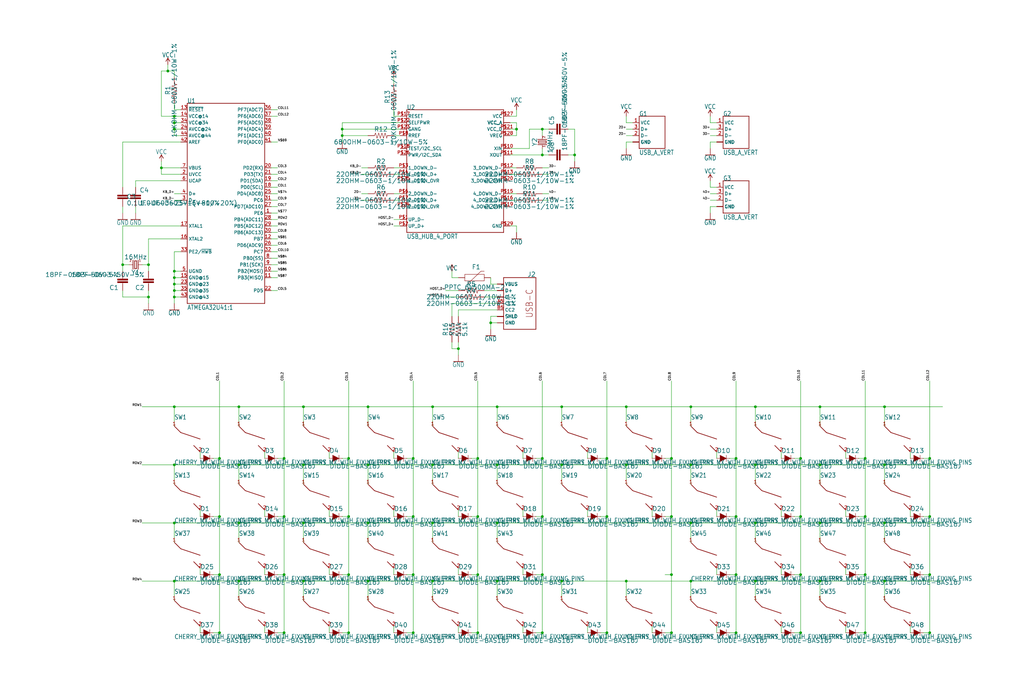
<source format=kicad_sch>
(kicad_sch (version 20230121) (generator eeschema)
  (paper "User" 402.869 274.599)
  (junction (at 68.58 182.88))
  (junction (at 340.36 180.34))
  (junction (at 162.56 203.2))
  (junction (at 58.42 116.84))
  (junction (at 220.98 228.6))
  (junction (at 68.58 160.02))
  (junction (at 68.58 48.26))
  (junction (at 68.58 50.8))
  (junction (at 68.58 116.84))
  (junction (at 111.76 203.2))
  (junction (at 195.58 160.02))
  (junction (at 111.76 180.34))
  (junction (at 203.2 50.8))
  (junction (at 246.38 160.02))
  (junction (at 213.36 50.8))
  (junction (at 162.56 248.92))
  (junction (at 180.34 137.16))
  (junction (at 238.76 180.34))
  (junction (at 347.98 205.74))
  (junction (at 314.96 226.06))
  (junction (at 193.04 127))
  (junction (at 137.16 203.2))
  (junction (at 297.18 182.88))
  (junction (at 347.98 182.88))
  (junction (at 195.58 228.6))
  (junction (at 187.96 203.2))
  (junction (at 271.78 182.88))
  (junction (at 264.16 248.92))
  (junction (at 271.78 228.6))
  (junction (at 58.42 104.14))
  (junction (at 170.18 182.88))
  (junction (at 187.96 248.92))
  (junction (at 170.18 160.02))
  (junction (at 68.58 45.72))
  (junction (at 297.18 228.6))
  (junction (at 322.58 228.6))
  (junction (at 340.36 226.06))
  (junction (at 170.18 205.74))
  (junction (at 68.58 109.22))
  (junction (at 347.98 228.6))
  (junction (at 86.36 248.92))
  (junction (at 297.18 160.02))
  (junction (at 271.78 205.74))
  (junction (at 271.78 160.02))
  (junction (at 111.76 248.92))
  (junction (at 213.36 180.34))
  (junction (at 187.96 226.06))
  (junction (at 86.36 180.34))
  (junction (at 137.16 248.92))
  (junction (at 119.38 228.6))
  (junction (at 238.76 203.2))
  (junction (at 195.58 182.88))
  (junction (at 226.06 60.96))
  (junction (at 264.16 180.34))
  (junction (at 86.36 203.2))
  (junction (at 68.58 228.6))
  (junction (at 213.36 203.2))
  (junction (at 289.56 203.2))
  (junction (at 246.38 228.6))
  (junction (at 93.98 205.74))
  (junction (at 162.56 226.06))
  (junction (at 264.16 226.06))
  (junction (at 238.76 248.92))
  (junction (at 170.18 228.6))
  (junction (at 111.76 226.06))
  (junction (at 137.16 226.06))
  (junction (at 289.56 226.06))
  (junction (at 322.58 205.74))
  (junction (at 119.38 205.74))
  (junction (at 365.76 226.06))
  (junction (at 365.76 180.34))
  (junction (at 93.98 160.02))
  (junction (at 66.04 27.94))
  (junction (at 314.96 180.34))
  (junction (at 289.56 180.34))
  (junction (at 144.78 228.6))
  (junction (at 195.58 205.74))
  (junction (at 340.36 248.92))
  (junction (at 48.26 104.14))
  (junction (at 68.58 106.68))
  (junction (at 144.78 160.02))
  (junction (at 365.76 203.2))
  (junction (at 297.18 205.74))
  (junction (at 68.58 111.76))
  (junction (at 314.96 203.2))
  (junction (at 289.56 248.92))
  (junction (at 68.58 205.74))
  (junction (at 68.58 114.3))
  (junction (at 137.16 180.34))
  (junction (at 340.36 203.2))
  (junction (at 213.36 60.96))
  (junction (at 213.36 226.06))
  (junction (at 365.76 248.92))
  (junction (at 119.38 182.88))
  (junction (at 93.98 228.6))
  (junction (at 144.78 182.88))
  (junction (at 322.58 182.88))
  (junction (at 347.98 160.02))
  (junction (at 246.38 182.88))
  (junction (at 220.98 160.02))
  (junction (at 144.78 205.74))
  (junction (at 63.5 66.04))
  (junction (at 322.58 160.02))
  (junction (at 220.98 182.88))
  (junction (at 162.56 180.34))
  (junction (at 134.62 50.8))
  (junction (at 213.36 248.92))
  (junction (at 264.16 203.2))
  (junction (at 86.36 226.06))
  (junction (at 314.96 248.92))
  (junction (at 134.62 53.34))
  (junction (at 187.96 180.34))
  (junction (at 93.98 182.88))
  (junction (at 119.38 160.02))
  (wire (pts (xy 200.66 66.04) (xy 203.2 66.04)) (stroke (width 0.1524)))
  (wire (pts (xy 322.58 190.5) (xy 322.58 182.88)) (stroke (width 0.1524)))
  (wire (pts (xy 68.58 167.64) (xy 68.58 160.02)) (stroke (width 0.1524)))
  (wire (pts (xy 134.62 203.2) (xy 137.16 203.2)) (stroke (width 0.1524)))
  (wire (pts (xy 55.88 104.14) (xy 58.42 104.14)) (stroke (width 0.1524)))
  (wire (pts (xy 220.98 182.88) (xy 246.38 182.88)) (stroke (width 0.1524)))
  (wire (pts (xy 307.34 177.8) (xy 307.34 180.34)) (stroke (width 0.1524)))
  (wire (pts (xy 55.88 228.6) (xy 68.58 228.6)) (stroke (width 0.1524)))
  (wire (pts (xy 185.42 248.92) (xy 187.96 248.92)) (stroke (width 0.1524)))
  (wire (pts (xy 281.94 76.2) (xy 279.4 76.2)) (stroke (width 0.1524)))
  (wire (pts (xy 358.14 248.92) (xy 358.14 246.38)) (stroke (width 0.1524)))
  (wire (pts (xy 238.76 180.34) (xy 238.76 203.2)) (stroke (width 0.1524)))
  (wire (pts (xy 58.42 104.14) (xy 58.42 106.68)) (stroke (width 0.1524)))
  (wire (pts (xy 129.54 203.2) (xy 129.54 200.66)) (stroke (width 0.1524)))
  (wire (pts (xy 337.82 226.06) (xy 340.36 226.06)) (stroke (width 0.1524)))
  (wire (pts (xy 68.58 213.36) (xy 68.58 205.74)) (stroke (width 0.1524)))
  (wire (pts (xy 177.8 109.22) (xy 177.8 106.68)) (stroke (width 0.1524)))
  (wire (pts (xy 180.34 137.16) (xy 180.34 134.62)) (stroke (width 0.1524)))
  (wire (pts (xy 170.18 182.88) (xy 195.58 182.88)) (stroke (width 0.1524)))
  (wire (pts (xy 213.36 53.34) (xy 213.36 50.8)) (stroke (width 0.1524)))
  (wire (pts (xy 220.98 190.5) (xy 220.98 182.88)) (stroke (width 0.1524)))
  (wire (pts (xy 106.68 55.88) (xy 109.22 55.88)) (stroke (width 0.1524)))
  (wire (pts (xy 205.74 248.92) (xy 205.74 246.38)) (stroke (width 0.1524)))
  (wire (pts (xy 154.94 226.06) (xy 154.94 223.52)) (stroke (width 0.1524)))
  (wire (pts (xy 129.54 226.06) (xy 129.54 223.52)) (stroke (width 0.1524)))
  (wire (pts (xy 180.34 137.16) (xy 180.34 139.7)) (stroke (width 0.1524)))
  (wire (pts (xy 119.38 182.88) (xy 144.78 182.88)) (stroke (width 0.1524)))
  (wire (pts (xy 170.18 236.22) (xy 170.18 228.6)) (stroke (width 0.1524)))
  (wire (pts (xy 246.38 182.88) (xy 271.78 182.88)) (stroke (width 0.1524)))
  (wire (pts (xy 144.78 78.74) (xy 142.24 78.74)) (stroke (width 0.1524)))
  (wire (pts (xy 71.12 68.58) (xy 63.5 68.58)) (stroke (width 0.1524)))
  (wire (pts (xy 111.76 180.34) (xy 111.76 203.2)) (stroke (width 0.1524)))
  (wire (pts (xy 312.42 203.2) (xy 314.96 203.2)) (stroke (width 0.1524)))
  (wire (pts (xy 256.54 177.8) (xy 256.54 180.34)) (stroke (width 0.1524)))
  (wire (pts (xy 281.94 55.88) (xy 279.4 55.88)) (stroke (width 0.1524)))
  (wire (pts (xy 86.36 180.34) (xy 86.36 203.2)) (stroke (width 0.1524)))
  (wire (pts (xy 162.56 248.92) (xy 160.02 248.92)) (stroke (width 0.1524)))
  (wire (pts (xy 314.96 226.06) (xy 314.96 248.92)) (stroke (width 0.1524)))
  (wire (pts (xy 226.06 50.8) (xy 226.06 60.96)) (stroke (width 0.1524)))
  (wire (pts (xy 68.58 48.26) (xy 68.58 45.72)) (stroke (width 0.1524)))
  (wire (pts (xy 195.58 116.84) (xy 190.5 116.84)) (stroke (width 0.1524)))
  (wire (pts (xy 195.58 111.76) (xy 193.04 111.76)) (stroke (width 0.1524)))
  (wire (pts (xy 289.56 248.92) (xy 289.56 251.46)) (stroke (width 0.1524)))
  (wire (pts (xy 307.34 223.52) (xy 307.34 226.06)) (stroke (width 0.1524)))
  (wire (pts (xy 55.88 160.02) (xy 68.58 160.02)) (stroke (width 0.1524)))
  (wire (pts (xy 261.62 226.06) (xy 264.16 226.06)) (stroke (width 0.1524)))
  (wire (pts (xy 71.12 53.34) (xy 68.58 53.34)) (stroke (width 0.1524)))
  (wire (pts (xy 314.96 180.34) (xy 314.96 203.2)) (stroke (width 0.1524)))
  (wire (pts (xy 71.12 78.74) (xy 68.58 78.74)) (stroke (width 0.1524)))
  (wire (pts (xy 203.2 45.72) (xy 203.2 43.18)) (stroke (width 0.1524)))
  (wire (pts (xy 180.34 248.92) (xy 180.34 246.38)) (stroke (width 0.1524)))
  (wire (pts (xy 279.4 48.26) (xy 279.4 45.72)) (stroke (width 0.1524)))
  (wire (pts (xy 58.42 93.98) (xy 71.12 93.98)) (stroke (width 0.1524)))
  (wire (pts (xy 157.48 68.58) (xy 154.94 68.58)) (stroke (width 0.1524)))
  (wire (pts (xy 177.8 134.62) (xy 177.8 137.16)) (stroke (width 0.1524)))
  (wire (pts (xy 200.66 50.8) (xy 203.2 50.8)) (stroke (width 0.1524)))
  (wire (pts (xy 71.12 99.06) (xy 68.58 99.06)) (stroke (width 0.1524)))
  (wire (pts (xy 205.74 177.8) (xy 205.74 180.34)) (stroke (width 0.1524)))
  (wire (pts (xy 264.16 180.34) (xy 264.16 203.2)) (stroke (width 0.1524)))
  (wire (pts (xy 365.76 180.34) (xy 365.76 203.2)) (stroke (width 0.1524)))
  (wire (pts (xy 210.82 226.06) (xy 213.36 226.06)) (stroke (width 0.1524)))
  (wire (pts (xy 187.96 149.86) (xy 187.96 180.34)) (stroke (width 0.1524)))
  (wire (pts (xy 63.5 66.04) (xy 63.5 63.5)) (stroke (width 0.1524)))
  (wire (pts (xy 203.2 53.34) (xy 200.66 53.34)) (stroke (width 0.1524)))
  (wire (pts (xy 213.36 203.2) (xy 213.36 226.06)) (stroke (width 0.1524)))
  (wire (pts (xy 208.28 50.8) (xy 213.36 50.8)) (stroke (width 0.1524)))
  (wire (pts (xy 83.82 226.06) (xy 86.36 226.06)) (stroke (width 0.1524)))
  (wire (pts (xy 281.94 73.66) (xy 279.4 73.66)) (stroke (width 0.1524)))
  (wire (pts (xy 162.56 226.06) (xy 162.56 248.92)) (stroke (width 0.1524)))
  (wire (pts (xy 322.58 228.6) (xy 347.98 228.6)) (stroke (width 0.1524)))
  (wire (pts (xy 238.76 248.92) (xy 238.76 251.46)) (stroke (width 0.1524)))
  (wire (pts (xy 187.96 248.92) (xy 187.96 251.46)) (stroke (width 0.1524)))
  (wire (pts (xy 63.5 68.58) (xy 63.5 66.04)) (stroke (width 0.1524)))
  (wire (pts (xy 58.42 116.84) (xy 58.42 119.38)) (stroke (width 0.1524)))
  (wire (pts (xy 281.94 180.34) (xy 281.94 177.8)) (stroke (width 0.1524)))
  (wire (pts (xy 236.22 248.92) (xy 238.76 248.92)) (stroke (width 0.1524)))
  (wire (pts (xy 195.58 213.36) (xy 195.58 205.74)) (stroke (width 0.1524)))
  (wire (pts (xy 314.96 248.92) (xy 314.96 251.46)) (stroke (width 0.1524)))
  (wire (pts (xy 180.34 226.06) (xy 180.34 223.52)) (stroke (width 0.1524)))
  (wire (pts (xy 154.94 246.38) (xy 154.94 248.92)) (stroke (width 0.1524)))
  (wire (pts (xy 106.68 104.14) (xy 109.22 104.14)) (stroke (width 0.1524)))
  (wire (pts (xy 177.8 137.16) (xy 180.34 137.16)) (stroke (width 0.1524)))
  (wire (pts (xy 119.38 167.64) (xy 119.38 160.02)) (stroke (width 0.1524)))
  (wire (pts (xy 170.18 190.5) (xy 170.18 182.88)) (stroke (width 0.1524)))
  (wire (pts (xy 180.34 109.22) (xy 177.8 109.22)) (stroke (width 0.1524)))
  (wire (pts (xy 104.14 226.06) (xy 104.14 223.52)) (stroke (width 0.1524)))
  (wire (pts (xy 106.68 96.52) (xy 109.22 96.52)) (stroke (width 0.1524)))
  (wire (pts (xy 238.76 149.86) (xy 238.76 180.34)) (stroke (width 0.1524)))
  (wire (pts (xy 223.52 60.96) (xy 226.06 60.96)) (stroke (width 0.1524)))
  (wire (pts (xy 68.58 228.6) (xy 93.98 228.6)) (stroke (width 0.1524)))
  (wire (pts (xy 322.58 236.22) (xy 322.58 228.6)) (stroke (width 0.1524)))
  (wire (pts (xy 279.4 73.66) (xy 279.4 71.12)) (stroke (width 0.1524)))
  (wire (pts (xy 157.48 88.9) (xy 154.94 88.9)) (stroke (width 0.1524)))
  (wire (pts (xy 68.58 45.72) (xy 63.5 45.72)) (stroke (width 0.1524)))
  (wire (pts (xy 71.12 66.04) (xy 63.5 66.04)) (stroke (width 0.1524)))
  (wire (pts (xy 226.06 60.96) (xy 226.06 63.5)) (stroke (width 0.1524)))
  (wire (pts (xy 68.58 205.74) (xy 93.98 205.74)) (stroke (width 0.1524)))
  (wire (pts (xy 223.52 50.8) (xy 226.06 50.8)) (stroke (width 0.1524)))
  (wire (pts (xy 322.58 213.36) (xy 322.58 205.74)) (stroke (width 0.1524)))
  (wire (pts (xy 200.66 48.26) (xy 203.2 48.26)) (stroke (width 0.1524)))
  (wire (pts (xy 220.98 167.64) (xy 220.98 160.02)) (stroke (width 0.1524)))
  (wire (pts (xy 213.36 60.96) (xy 200.66 60.96)) (stroke (width 0.1524)))
  (wire (pts (xy 271.78 190.5) (xy 271.78 182.88)) (stroke (width 0.1524)))
  (wire (pts (xy 134.62 180.34) (xy 137.16 180.34)) (stroke (width 0.1524)))
  (wire (pts (xy 137.16 248.92) (xy 137.16 251.46)) (stroke (width 0.1524)))
  (wire (pts (xy 83.82 180.34) (xy 86.36 180.34)) (stroke (width 0.1524)))
  (wire (pts (xy 340.36 226.06) (xy 340.36 248.92)) (stroke (width 0.1524)))
  (wire (pts (xy 106.68 68.58) (xy 109.22 68.58)) (stroke (width 0.1524)))
  (wire (pts (xy 297.18 213.36) (xy 297.18 205.74)) (stroke (width 0.1524)))
  (wire (pts (xy 363.22 226.06) (xy 365.76 226.06)) (stroke (width 0.1524)))
  (wire (pts (xy 144.78 68.58) (xy 142.24 68.58)) (stroke (width 0.1524)))
  (wire (pts (xy 170.18 213.36) (xy 170.18 205.74)) (stroke (width 0.1524)))
  (wire (pts (xy 205.74 226.06) (xy 205.74 223.52)) (stroke (width 0.1524)))
  (wire (pts (xy 106.68 78.74) (xy 109.22 78.74)) (stroke (width 0.1524)))
  (wire (pts (xy 144.78 53.34) (xy 134.62 53.34)) (stroke (width 0.1524)))
  (wire (pts (xy 144.78 205.74) (xy 170.18 205.74)) (stroke (width 0.1524)))
  (wire (pts (xy 332.74 200.66) (xy 332.74 203.2)) (stroke (width 0.1524)))
  (wire (pts (xy 185.42 180.34) (xy 187.96 180.34)) (stroke (width 0.1524)))
  (wire (pts (xy 144.78 66.04) (xy 142.24 66.04)) (stroke (width 0.1524)))
  (wire (pts (xy 83.82 248.92) (xy 86.36 248.92)) (stroke (width 0.1524)))
  (wire (pts (xy 187.96 226.06) (xy 187.96 248.92)) (stroke (width 0.1524)))
  (wire (pts (xy 297.18 182.88) (xy 322.58 182.88)) (stroke (width 0.1524)))
  (wire (pts (xy 297.18 228.6) (xy 322.58 228.6)) (stroke (width 0.1524)))
  (wire (pts (xy 190.5 114.3) (xy 195.58 114.3)) (stroke (width 0.1524)))
  (wire (pts (xy 55.88 182.88) (xy 68.58 182.88)) (stroke (width 0.1524)))
  (wire (pts (xy 78.74 200.66) (xy 78.74 203.2)) (stroke (width 0.1524)))
  (wire (pts (xy 137.16 226.06) (xy 137.16 248.92)) (stroke (width 0.1524)))
  (wire (pts (xy 365.76 226.06) (xy 365.76 248.92)) (stroke (width 0.1524)))
  (wire (pts (xy 66.04 27.94) (xy 66.04 25.4)) (stroke (width 0.1524)))
  (wire (pts (xy 337.82 203.2) (xy 340.36 203.2)) (stroke (width 0.1524)))
  (wire (pts (xy 195.58 124.46) (xy 193.04 124.46)) (stroke (width 0.1524)))
  (wire (pts (xy 236.22 180.34) (xy 238.76 180.34)) (stroke (width 0.1524)))
  (wire (pts (xy 213.36 68.58) (xy 215.9 68.58)) (stroke (width 0.1524)))
  (wire (pts (xy 200.66 45.72) (xy 203.2 45.72)) (stroke (width 0.1524)))
  (wire (pts (xy 322.58 182.88) (xy 347.98 182.88)) (stroke (width 0.1524)))
  (wire (pts (xy 271.78 228.6) (xy 297.18 228.6)) (stroke (width 0.1524)))
  (wire (pts (xy 48.26 81.28) (xy 48.26 83.82)) (stroke (width 0.1524)))
  (wire (pts (xy 137.16 180.34) (xy 137.16 203.2)) (stroke (width 0.1524)))
  (wire (pts (xy 134.62 53.34) (xy 134.62 55.88)) (stroke (width 0.1524)))
  (wire (pts (xy 287.02 226.06) (xy 289.56 226.06)) (stroke (width 0.1524)))
  (wire (pts (xy 322.58 167.64) (xy 322.58 160.02)) (stroke (width 0.1524)))
  (wire (pts (xy 157.48 76.2) (xy 154.94 76.2)) (stroke (width 0.1524)))
  (wire (pts (xy 347.98 167.64) (xy 347.98 160.02)) (stroke (width 0.1524)))
  (wire (pts (xy 248.92 55.88) (xy 246.38 55.88)) (stroke (width 0.1524)))
  (wire (pts (xy 289.56 226.06) (xy 289.56 248.92)) (stroke (width 0.1524)))
  (wire (pts (xy 203.2 50.8) (xy 203.2 53.34)) (stroke (width 0.1524)))
  (wire (pts (xy 160.02 180.34) (xy 162.56 180.34)) (stroke (width 0.1524)))
  (wire (pts (xy 71.12 48.26) (xy 68.58 48.26)) (stroke (width 0.1524)))
  (wire (pts (xy 68.58 27.94) (xy 68.58 30.48)) (stroke (width 0.1524)))
  (wire (pts (xy 312.42 226.06) (xy 314.96 226.06)) (stroke (width 0.1524)))
  (wire (pts (xy 111.76 248.92) (xy 111.76 251.46)) (stroke (width 0.1524)))
  (wire (pts (xy 154.94 177.8) (xy 154.94 180.34)) (stroke (width 0.1524)))
  (wire (pts (xy 347.98 160.02) (xy 370.84 160.02)) (stroke (width 0.1524)))
  (wire (pts (xy 68.58 48.26) (xy 68.58 50.8)) (stroke (width 0.1524)))
  (wire (pts (xy 119.38 213.36) (xy 119.38 205.74)) (stroke (width 0.1524)))
  (wire (pts (xy 157.48 66.04) (xy 154.94 66.04)) (stroke (width 0.1524)))
  (wire (pts (xy 157.48 45.72) (xy 154.94 45.72)) (stroke (width 0.1524)))
  (wire (pts (xy 154.94 45.72) (xy 154.94 43.18)) (stroke (width 0.1524)))
  (wire (pts (xy 195.58 167.64) (xy 195.58 160.02)) (stroke (width 0.1524)))
  (wire (pts (xy 78.74 223.52) (xy 78.74 226.06)) (stroke (width 0.1524)))
  (wire (pts (xy 137.16 149.86) (xy 137.16 180.34)) (stroke (width 0.1524)))
  (wire (pts (xy 106.68 71.12) (xy 109.22 71.12)) (stroke (width 0.1524)))
  (wire (pts (xy 193.04 127) (xy 193.04 129.54)) (stroke (width 0.1524)))
  (wire (pts (xy 144.78 160.02) (xy 170.18 160.02)) (stroke (width 0.1524)))
  (wire (pts (xy 307.34 248.92) (xy 307.34 246.38)) (stroke (width 0.1524)))
  (wire (pts (xy 271.78 213.36) (xy 271.78 205.74)) (stroke (width 0.1524)))
  (wire (pts (xy 109.22 226.06) (xy 111.76 226.06)) (stroke (width 0.1524)))
  (wire (pts (xy 68.58 182.88) (xy 93.98 182.88)) (stroke (width 0.1524)))
  (wire (pts (xy 134.62 226.06) (xy 137.16 226.06)) (stroke (width 0.1524)))
  (wire (pts (xy 195.58 190.5) (xy 195.58 182.88)) (stroke (width 0.1524)))
  (wire (pts (xy 264.16 248.92) (xy 264.16 251.46)) (stroke (width 0.1524)))
  (wire (pts (xy 134.62 53.34) (xy 134.62 50.8)) (stroke (width 0.1524)))
  (wire (pts (xy 195.58 205.74) (xy 271.78 205.74)) (stroke (width 0.1524)))
  (wire (pts (xy 210.82 248.92) (xy 213.36 248.92)) (stroke (width 0.1524)))
  (wire (pts (xy 297.18 205.74) (xy 322.58 205.74)) (stroke (width 0.1524)))
  (wire (pts (xy 281.94 78.74) (xy 279.4 78.74)) (stroke (width 0.1524)))
  (wire (pts (xy 68.58 45.72) (xy 71.12 45.72)) (stroke (width 0.1524)))
  (wire (pts (xy 71.12 43.18) (xy 68.58 43.18)) (stroke (width 0.1524)))
  (wire (pts (xy 312.42 248.92) (xy 314.96 248.92)) (stroke (width 0.1524)))
  (wire (pts (xy 71.12 76.2) (xy 68.58 76.2)) (stroke (width 0.1524)))
  (wire (pts (xy 86.36 226.06) (xy 86.36 248.92)) (stroke (width 0.1524)))
  (wire (pts (xy 248.92 53.34) (xy 246.38 53.34)) (stroke (width 0.1524)))
  (wire (pts (xy 248.92 48.26) (xy 246.38 48.26)) (stroke (width 0.1524)))
  (wire (pts (xy 104.14 248.92) (xy 104.14 246.38)) (stroke (width 0.1524)))
  (wire (pts (xy 71.12 106.68) (xy 68.58 106.68)) (stroke (width 0.1524)))
  (wire (pts (xy 289.56 180.34) (xy 289.56 203.2)) (stroke (width 0.1524)))
  (wire (pts (xy 68.58 111.76) (xy 68.58 114.3)) (stroke (width 0.1524)))
  (wire (pts (xy 231.14 203.2) (xy 231.14 200.66)) (stroke (width 0.1524)))
  (wire (pts (xy 193.04 124.46) (xy 193.04 127)) (stroke (width 0.1524)))
  (wire (pts (xy 86.36 149.86) (xy 86.36 180.34)) (stroke (width 0.1524)))
  (wire (pts (xy 337.82 248.92) (xy 340.36 248.92)) (stroke (width 0.1524)))
  (wire (pts (xy 347.98 182.88) (xy 370.84 182.88)) (stroke (width 0.1524)))
  (wire (pts (xy 195.58 121.92) (xy 180.34 121.92)) (stroke (width 0.1524)))
  (wire (pts (xy 144.78 76.2) (xy 142.24 76.2)) (stroke (width 0.1524)))
  (wire (pts (xy 208.28 58.42) (xy 208.28 50.8)) (stroke (width 0.1524)))
  (wire (pts (xy 238.76 203.2) (xy 238.76 248.92)) (stroke (width 0.1524)))
  (wire (pts (xy 129.54 177.8) (xy 129.54 180.34)) (stroke (width 0.1524)))
  (wire (pts (xy 363.22 180.34) (xy 365.76 180.34)) (stroke (width 0.1524)))
  (wire (pts (xy 180.34 121.92) (xy 180.34 124.46)) (stroke (width 0.1524)))
  (wire (pts (xy 83.82 203.2) (xy 86.36 203.2)) (stroke (width 0.1524)))
  (wire (pts (xy 55.88 205.74) (xy 68.58 205.74)) (stroke (width 0.1524)))
  (wire (pts (xy 66.04 27.94) (xy 68.58 27.94)) (stroke (width 0.1524)))
  (wire (pts (xy 236.22 203.2) (xy 238.76 203.2)) (stroke (width 0.1524)))
  (wire (pts (xy 68.58 160.02) (xy 93.98 160.02)) (stroke (width 0.1524)))
  (wire (pts (xy 154.94 30.48) (xy 154.94 33.02)) (stroke (width 0.1524)))
  (wire (pts (xy 271.78 205.74) (xy 297.18 205.74)) (stroke (width 0.1524)))
  (wire (pts (xy 307.34 200.66) (xy 307.34 203.2)) (stroke (width 0.1524)))
  (wire (pts (xy 365.76 248.92) (xy 365.76 251.46)) (stroke (width 0.1524)))
  (wire (pts (xy 195.58 160.02) (xy 220.98 160.02)) (stroke (width 0.1524)))
  (wire (pts (xy 271.78 167.64) (xy 271.78 160.02)) (stroke (width 0.1524)))
  (wire (pts (xy 106.68 93.98) (xy 109.22 93.98)) (stroke (width 0.1524)))
  (wire (pts (xy 213.36 78.74) (xy 215.9 78.74)) (stroke (width 0.1524)))
  (wire (pts (xy 213.36 180.34) (xy 213.36 203.2)) (stroke (width 0.1524)))
  (wire (pts (xy 271.78 236.22) (xy 271.78 228.6)) (stroke (width 0.1524)))
  (wire (pts (xy 210.82 203.2) (xy 213.36 203.2)) (stroke (width 0.1524)))
  (wire (pts (xy 119.38 160.02) (xy 144.78 160.02)) (stroke (width 0.1524)))
  (wire (pts (xy 358.14 177.8) (xy 358.14 180.34)) (stroke (width 0.1524)))
  (wire (pts (xy 264.16 203.2) (xy 264.16 226.06)) (stroke (width 0.1524)))
  (wire (pts (xy 68.58 106.68) (xy 68.58 109.22)) (stroke (width 0.1524)))
  (wire (pts (xy 180.34 116.84) (xy 175.26 116.84)) (stroke (width 0.1524)))
  (wire (pts (xy 63.5 27.94) (xy 66.04 27.94)) (stroke (width 0.1524)))
  (wire (pts (xy 106.68 45.72) (xy 109.22 45.72)) (stroke (width 0.1524)))
  (wire (pts (xy 144.78 213.36) (xy 144.78 205.74)) (stroke (width 0.1524)))
  (wire (pts (xy 200.66 78.74) (xy 203.2 78.74)) (stroke (width 0.1524)))
  (wire (pts (xy 137.16 203.2) (xy 137.16 226.06)) (stroke (width 0.1524)))
  (wire (pts (xy 213.36 76.2) (xy 215.9 76.2)) (stroke (width 0.1524)))
  (wire (pts (xy 332.74 177.8) (xy 332.74 180.34)) (stroke (width 0.1524)))
  (wire (pts (xy 264.16 149.86) (xy 264.16 180.34)) (stroke (width 0.1524)))
  (wire (pts (xy 162.56 180.34) (xy 162.56 203.2)) (stroke (width 0.1524)))
  (wire (pts (xy 220.98 236.22) (xy 220.98 228.6)) (stroke (width 0.1524)))
  (wire (pts (xy 68.58 114.3) (xy 68.58 116.84)) (stroke (width 0.1524)))
  (wire (pts (xy 106.68 101.6) (xy 109.22 101.6)) (stroke (width 0.1524)))
  (wire (pts (xy 213.36 149.86) (xy 213.36 180.34)) (stroke (width 0.1524)))
  (wire (pts (xy 106.68 76.2) (xy 109.22 76.2)) (stroke (width 0.1524)))
  (wire (pts (xy 246.38 228.6) (xy 271.78 228.6)) (stroke (width 0.1524)))
  (wire (pts (xy 170.18 228.6) (xy 195.58 228.6)) (stroke (width 0.1524)))
  (wire (pts (xy 289.56 149.86) (xy 289.56 180.34)) (stroke (width 0.1524)))
  (wire (pts (xy 68.58 116.84) (xy 68.58 119.38)) (stroke (width 0.1524)))
  (wire (pts (xy 203.2 48.26) (xy 203.2 50.8)) (stroke (width 0.1524)))
  (wire (pts (xy 213.36 248.92) (xy 213.36 251.46)) (stroke (width 0.1524)))
  (wire (pts (xy 157.48 48.26) (xy 134.62 48.26)) (stroke (width 0.1524)))
  (wire (pts (xy 119.38 190.5) (xy 119.38 182.88)) (stroke (width 0.1524)))
  (wire (pts (xy 200.66 68.58) (xy 203.2 68.58)) (stroke (width 0.1524)))
  (wire (pts (xy 160.02 226.06) (xy 162.56 226.06)) (stroke (width 0.1524)))
  (wire (pts (xy 365.76 203.2) (xy 365.76 226.06)) (stroke (width 0.1524)))
  (wire (pts (xy 200.66 58.42) (xy 208.28 58.42)) (stroke (width 0.1524)))
  (wire (pts (xy 106.68 43.18) (xy 109.22 43.18)) (stroke (width 0.1524)))
  (wire (pts (xy 187.96 180.34) (xy 187.96 203.2)) (stroke (width 0.1524)))
  (wire (pts (xy 68.58 99.06) (xy 68.58 106.68)) (stroke (width 0.1524)))
  (wire (pts (xy 279.4 81.28) (xy 279.4 83.82)) (stroke (width 0.1524)))
  (wire (pts (xy 297.18 160.02) (xy 322.58 160.02)) (stroke (width 0.1524)))
  (wire (pts (xy 332.74 248.92) (xy 332.74 246.38)) (stroke (width 0.1524)))
  (wire (pts (xy 358.14 223.52) (xy 358.14 226.06)) (stroke (width 0.1524)))
  (wire (pts (xy 106.68 106.68) (xy 109.22 106.68)) (stroke (width 0.1524)))
  (wire (pts (xy 279.4 55.88) (xy 279.4 58.42)) (stroke (width 0.1524)))
  (wire (pts (xy 119.38 236.22) (xy 119.38 228.6)) (stroke (width 0.1524)))
  (wire (pts (xy 200.66 88.9) (xy 203.2 88.9)) (stroke (width 0.1524)))
  (wire (pts (xy 157.48 53.34) (xy 154.94 53.34)) (stroke (width 0.1524)))
  (wire (pts (xy 213.36 66.04) (xy 215.9 66.04)) (stroke (width 0.1524)))
  (wire (pts (xy 248.92 50.8) (xy 246.38 50.8)) (stroke (width 0.1524)))
  (wire (pts (xy 187.96 203.2) (xy 187.96 226.06)) (stroke (width 0.1524)))
  (wire (pts (xy 281.94 50.8) (xy 279.4 50.8)) (stroke (width 0.1524)))
  (wire (pts (xy 104.14 177.8) (xy 104.14 180.34)) (stroke (width 0.1524)))
  (wire (pts (xy 93.98 182.88) (xy 119.38 182.88)) (stroke (width 0.1524)))
  (wire (pts (xy 220.98 160.02) (xy 246.38 160.02)) (stroke (width 0.1524)))
  (wire (pts (xy 213.36 58.42) (xy 213.36 60.96)) (stroke (width 0.1524)))
  (wire (pts (xy 281.94 248.92) (xy 281.94 246.38)) (stroke (width 0.1524)))
  (wire (pts (xy 347.98 236.22) (xy 347.98 228.6)) (stroke (width 0.1524)))
  (wire (pts (xy 287.02 180.34) (xy 289.56 180.34)) (stroke (width 0.1524)))
  (wire (pts (xy 264.16 226.06) (xy 264.16 248.92)) (stroke (width 0.1524)))
  (wire (pts (xy 157.48 50.8) (xy 134.62 50.8)) (stroke (width 0.1524)))
  (wire (pts (xy 177.8 119.38) (xy 177.8 124.46)) (stroke (width 0.1524)))
  (wire (pts (xy 271.78 160.02) (xy 297.18 160.02)) (stroke (width 0.1524)))
  (wire (pts (xy 106.68 109.22) (xy 109.22 109.22)) (stroke (width 0.1524)))
  (wire (pts (xy 347.98 190.5) (xy 347.98 182.88)) (stroke (width 0.1524)))
  (wire (pts (xy 68.58 190.5) (xy 68.58 182.88)) (stroke (width 0.1524)))
  (wire (pts (xy 111.76 203.2) (xy 111.76 226.06)) (stroke (width 0.1524)))
  (wire (pts (xy 58.42 104.14) (xy 58.42 93.98)) (stroke (width 0.1524)))
  (wire (pts (xy 180.34 203.2) (xy 180.34 200.66)) (stroke (width 0.1524)))
  (wire (pts (xy 246.38 190.5) (xy 246.38 182.88)) (stroke (width 0.1524)))
  (wire (pts (xy 162.56 203.2) (xy 162.56 226.06)) (stroke (width 0.1524)))
  (wire (pts (xy 195.58 236.22) (xy 195.58 228.6)) (stroke (width 0.1524)))
  (wire (pts (xy 271.78 182.88) (xy 297.18 182.88)) (stroke (width 0.1524)))
  (wire (pts (xy 289.56 203.2) (xy 289.56 226.06)) (stroke (width 0.1524)))
  (wire (pts (xy 231.14 248.92) (xy 231.14 246.38)) (stroke (width 0.1524)))
  (wire (pts (xy 134.62 48.26) (xy 134.62 50.8)) (stroke (width 0.1524)))
  (wire (pts (xy 246.38 167.64) (xy 246.38 160.02)) (stroke (width 0.1524)))
  (wire (pts (xy 340.36 149.86) (xy 340.36 180.34)) (stroke (width 0.1524)))
  (wire (pts (xy 53.34 81.28) (xy 53.34 83.82)) (stroke (width 0.1524)))
  (wire (pts (xy 93.98 160.02) (xy 119.38 160.02)) (stroke (width 0.1524)))
  (wire (pts (xy 106.68 66.04) (xy 109.22 66.04)) (stroke (width 0.1524)))
  (wire (pts (xy 312.42 180.34) (xy 314.96 180.34)) (stroke (width 0.1524)))
  (wire (pts (xy 195.58 182.88) (xy 220.98 182.88)) (stroke (width 0.1524)))
  (wire (pts (xy 261.62 180.34) (xy 264.16 180.34)) (stroke (width 0.1524)))
  (wire (pts (xy 154.94 203.2) (xy 154.94 200.66)) (stroke (width 0.1524)))
  (wire (pts (xy 106.68 91.44) (xy 109.22 91.44)) (stroke (width 0.1524)))
  (wire (pts (xy 231.14 180.34) (xy 231.14 177.8)) (stroke (width 0.1524)))
  (wire (pts (xy 297.18 236.22) (xy 297.18 228.6)) (stroke (width 0.1524)))
  (wire (pts (xy 322.58 160.02) (xy 347.98 160.02)) (stroke (width 0.1524)))
  (wire (pts (xy 160.02 203.2) (xy 162.56 203.2)) (stroke (width 0.1524)))
  (wire (pts (xy 195.58 127) (xy 193.04 127)) (stroke (width 0.1524)))
  (wire (pts (xy 109.22 180.34) (xy 111.76 180.34)) (stroke (width 0.1524)))
  (wire (pts (xy 281.94 48.26) (xy 279.4 48.26)) (stroke (width 0.1524)))
  (wire (pts (xy 213.36 226.06) (xy 213.36 248.92)) (stroke (width 0.1524)))
  (wire (pts (xy 144.78 182.88) (xy 170.18 182.88)) (stroke (width 0.1524)))
  (wire (pts (xy 109.22 203.2) (xy 111.76 203.2)) (stroke (width 0.1524)))
  (wire (pts (xy 281.94 200.66) (xy 281.94 203.2)) (stroke (width 0.1524)))
  (wire (pts (xy 48.26 104.14) (xy 50.8 104.14)) (stroke (width 0.1524)))
  (wire (pts (xy 200.66 76.2) (xy 203.2 76.2)) (stroke (width 0.1524)))
  (wire (pts (xy 205.74 203.2) (xy 205.74 200.66)) (stroke (width 0.1524)))
  (wire (pts (xy 215.9 60.96) (xy 213.36 60.96)) (stroke (width 0.1524)))
  (wire (pts (xy 358.14 200.66) (xy 358.14 203.2)) (stroke (width 0.1524)))
  (wire (pts (xy 281.94 223.52) (xy 281.94 226.06)) (stroke (width 0.1524)))
  (wire (pts (xy 93.98 190.5) (xy 93.98 182.88)) (stroke (width 0.1524)))
  (wire (pts (xy 68.58 53.34) (xy 68.58 50.8)) (stroke (width 0.1524)))
  (wire (pts (xy 347.98 213.36) (xy 347.98 205.74)) (stroke (width 0.1524)))
  (wire (pts (xy 78.74 246.38) (xy 78.74 248.92)) (stroke (width 0.1524)))
  (wire (pts (xy 195.58 228.6) (xy 220.98 228.6)) (stroke (width 0.1524)))
  (wire (pts (xy 48.26 55.88) (xy 48.26 73.66)) (stroke (width 0.1524)))
  (wire (pts (xy 71.12 116.84) (xy 68.58 116.84)) (stroke (width 0.1524)))
  (wire (pts (xy 93.98 205.74) (xy 119.38 205.74)) (stroke (width 0.1524)))
  (wire (pts (xy 134.62 248.92) (xy 137.16 248.92)) (stroke (width 0.1524)))
  (wire (pts (xy 185.42 203.2) (xy 187.96 203.2)) (stroke (width 0.1524)))
  (wire (pts (xy 157.48 86.36) (xy 154.94 86.36)) (stroke (width 0.1524)))
  (wire (pts (xy 93.98 236.22) (xy 93.98 228.6)) (stroke (width 0.1524)))
  (wire (pts (xy 48.26 106.68) (xy 48.26 104.14)) (stroke (width 0.1524)))
  (wire (pts (xy 297.18 190.5) (xy 297.18 182.88)) (stroke (width 0.1524)))
  (wire (pts (xy 106.68 114.3) (xy 109.22 114.3)) (stroke (width 0.1524)))
  (wire (pts (xy 71.12 55.88) (xy 48.26 55.88)) (stroke (width 0.1524)))
  (wire (pts (xy 144.78 190.5) (xy 144.78 182.88)) (stroke (width 0.1524)))
  (wire (pts (xy 185.42 226.06) (xy 187.96 226.06)) (stroke (width 0.1524)))
  (wire (pts (xy 363.22 248.92) (xy 365.76 248.92)) (stroke (width 0.1524)))
  (wire (pts (xy 71.12 114.3) (xy 68.58 114.3)) (stroke (width 0.1524)))
  (wire (pts (xy 68.58 236.22) (xy 68.58 228.6)) (stroke (width 0.1524)))
  (wire (pts (xy 48.26 88.9) (xy 48.26 104.14)) (stroke (width 0.1524)))
  (wire (pts (xy 119.38 205.74) (xy 144.78 205.74)) (stroke (width 0.1524)))
  (wire (pts (xy 180.34 177.8) (xy 180.34 180.34)) (stroke (width 0.1524)))
  (wire (pts (xy 281.94 53.34) (xy 279.4 53.34)) (stroke (width 0.1524)))
  (wire (pts (xy 86.36 203.2) (xy 86.36 226.06)) (stroke (width 0.1524)))
  (wire (pts (xy 106.68 83.82) (xy 109.22 83.82)) (stroke (width 0.1524)))
  (wire (pts (xy 71.12 111.76) (xy 68.58 111.76)) (stroke (width 0.1524)))
  (wire (pts (xy 246.38 48.26) (xy 246.38 45.72)) (stroke (width 0.1524)))
  (wire (pts (xy 332.74 223.52) (xy 332.74 226.06)) (stroke (width 0.1524)))
  (wire (pts (xy 246.38 55.88) (xy 246.38 58.42)) (stroke (width 0.1524)))
  (wire (pts (xy 119.38 228.6) (xy 144.78 228.6)) (stroke (width 0.1524)))
  (wire (pts (xy 93.98 228.6) (xy 119.38 228.6)) (stroke (width 0.1524)))
  (wire (pts (xy 53.34 71.12) (xy 53.34 73.66)) (stroke (width 0.1524)))
  (wire (pts (xy 256.54 248.92) (xy 256.54 246.38)) (stroke (width 0.1524)))
  (wire (pts (xy 71.12 71.12) (xy 53.34 71.12)) (stroke (width 0.1524)))
  (wire (pts (xy 287.02 248.92) (xy 289.56 248.92)) (stroke (width 0.1524)))
  (wire (pts (xy 106.68 88.9) (xy 109.22 88.9)) (stroke (width 0.1524)))
  (wire (pts (xy 71.12 88.9) (xy 48.26 88.9)) (stroke (width 0.1524)))
  (wire (pts (xy 48.26 116.84) (xy 58.42 116.84)) (stroke (width 0.1524)))
  (wire (pts (xy 144.78 236.22) (xy 144.78 228.6)) (stroke (width 0.1524)))
  (wire (pts (xy 246.38 160.02) (xy 271.78 160.02)) (stroke (width 0.1524)))
  (wire (pts (xy 340.36 248.92) (xy 340.36 251.46)) (stroke (width 0.1524)))
  (wire (pts (xy 261.62 248.92) (xy 264.16 248.92)) (stroke (width 0.1524)))
  (wire (pts (xy 210.82 180.34) (xy 213.36 180.34)) (stroke (width 0.1524)))
  (wire (pts (xy 213.36 50.8) (xy 215.9 50.8)) (stroke (width 0.1524)))
  (wire (pts (xy 193.04 111.76) (xy 193.04 109.22)) (stroke (width 0.1524)))
  (wire (pts (xy 144.78 167.64) (xy 144.78 160.02)) (stroke (width 0.1524)))
  (wire (pts (xy 106.68 73.66) (xy 109.22 73.66)) (stroke (width 0.1524)))
  (wire (pts (xy 106.68 86.36) (xy 109.22 86.36)) (stroke (width 0.1524)))
  (wire (pts (xy 109.22 248.92) (xy 111.76 248.92)) (stroke (width 0.1524)))
  (wire (pts (xy 170.18 167.64) (xy 170.18 160.02)) (stroke (width 0.1524)))
  (wire (pts (xy 195.58 119.38) (xy 177.8 119.38)) (stroke (width 0.1524)))
  (wire (pts (xy 93.98 213.36) (xy 93.98 205.74)) (stroke (width 0.1524)))
  (wire (pts (xy 129.54 248.92) (xy 129.54 246.38)) (stroke (width 0.1524)))
  (wire (pts (xy 170.18 160.02) (xy 195.58 160.02)) (stroke (width 0.1524)))
  (wire (pts (xy 58.42 114.3) (xy 58.42 116.84)) (stroke (width 0.1524)))
  (wire (pts (xy 340.36 180.34) (xy 340.36 203.2)) (stroke (width 0.1524)))
  (wire (pts (xy 157.48 78.74) (xy 154.94 78.74)) (stroke (width 0.1524)))
  (wire (pts (xy 162.56 248.92) (xy 162.56 251.46)) (stroke (width 0.1524)))
  (wire (pts (xy 256.54 200.66) (xy 256.54 203.2)) (stroke (width 0.1524)))
  (wire (pts (xy 261.62 203.2) (xy 264.16 203.2)) (stroke (width 0.1524)))
  (wire (pts (xy 68.58 50.8) (xy 71.12 50.8)) (stroke (width 0.1524)))
  (wire (pts (xy 104.14 203.2) (xy 104.14 200.66)) (stroke (width 0.1524)))
  (wire (pts (xy 297.18 167.64) (xy 297.18 160.02)) (stroke (width 0.1524)))
  (wire (pts (xy 144.78 228.6) (xy 170.18 228.6)) (stroke (width 0.1524)))
  (wire (pts (xy 71.12 109.22) (xy 68.58 109.22)) (stroke (width 0.1524)))
  (wire (pts (xy 337.82 180.34) (xy 340.36 180.34)) (stroke (width 0.1524)))
  (wire (pts (xy 48.26 114.3) (xy 48.26 116.84)) (stroke (width 0.1524)))
  (wire (pts (xy 365.76 149.86) (xy 365.76 180.34)) (stroke (width 0.1524)))
  (wire (pts (xy 78.74 177.8) (xy 78.74 180.34)) (stroke (width 0.1524)))
  (wire (pts (xy 68.58 109.22) (xy 68.58 111.76)) (stroke (width 0.1524)))
  (wire (pts (xy 314.96 203.2) (xy 314.96 226.06)) (stroke (width 0.1524)))
  (wire (pts (xy 63.5 45.72) (xy 63.5 27.94)) (stroke (width 0.1524)))
  (wire (pts (xy 170.18 205.74) (xy 195.58 205.74)) (stroke (width 0.1524)))
  (wire (pts (xy 363.22 203.2) (xy 365.76 203.2)) (stroke (width 0.1524)))
  (wire (pts (xy 180.34 114.3) (xy 175.26 114.3)) (stroke (width 0.1524)))
  (wire (pts (xy 111.76 226.06) (xy 111.76 248.92)) (stroke (width 0.1524)))
  (wire (pts (xy 106.68 81.28) (xy 109.22 81.28)) (stroke (width 0.1524)))
  (wire (pts (xy 111.76 149.86) (xy 111.76 180.34)) (stroke (width 0.1524)))
  (wire (pts (xy 347.98 228.6) (xy 370.84 228.6)) (stroke (width 0.1524)))
  (wire (pts (xy 86.36 248.92) (xy 86.36 251.46)) (stroke (width 0.1524)))
  (wire (pts (xy 340.36 203.2) (xy 340.36 226.06)) (stroke (width 0.1524)))
  (wire (pts (xy 322.58 205.74) (xy 347.98 205.74)) (stroke (width 0.1524)))
  (wire (pts (xy 106.68 99.06) (xy 109.22 99.06)) (stroke (width 0.1524)))
  (wire (pts (xy 93.98 167.64) (xy 93.98 160.02)) (stroke (width 0.1524)))
  (wire (pts (xy 162.56 149.86) (xy 162.56 180.34)) (stroke (width 0.1524)))
  (wire (pts (xy 314.96 149.86) (xy 314.96 180.34)) (stroke (width 0.1524)))
  (wire (pts (xy 246.38 236.22) (xy 246.38 228.6)) (stroke (width 0.1524)))
  (wire (pts (xy 347.98 205.74) (xy 370.84 205.74)) (stroke (width 0.1524)))
  (wire (pts (xy 281.94 81.28) (xy 279.4 81.28)) (stroke (width 0.1524)))
  (wire (pts (xy 287.02 203.2) (xy 289.56 203.2)) (stroke (width 0.1524)))
  (wire (pts (xy 68.58 43.18) (xy 68.58 40.64)) (stroke (width 0.1524)))
  (wire (pts (xy 203.2 88.9) (xy 203.2 91.44)) (stroke (width 0.1524)))
  (wire (pts (xy 220.98 228.6) (xy 246.38 228.6)) (stroke (width 0.1524)))
  (label "KB_D-" (at 142.24 66.04 180) (effects (font (size 0.889 0.889))))
  (label "ROW4" (at 55.88 228.6 180) (effects (font (size 0.889 0.889))))
  (label "2D-" (at 142.24 76.2 180) (effects (font (size 0.889 0.889))))
  (label "COL3" (at 137.16 149.86 90) (effects (font (size 0.889 0.889))))
  (label "ROW3" (at 55.88 205.74 180) (effects (font (size 0.889 0.889))))
  (label "4D+" (at 215.9 78.74 0) (effects (font (size 0.889 0.889))))
  (label "COL3" (at 109.22 66.04 0) (effects (font (size 0.889 0.889))))
  (label "ROW1" (at 109.22 88.9 0) (effects (font (size 0.889 0.889))))
  (label "COL10" (at 314.96 149.86 90) (effects (font (size 0.889 0.889))))
  (label "N$69" (at 109.22 55.88 0) (effects (font (size 0.889 0.889))))
  (label "3D+" (at 215.9 68.58 0) (effects (font (size 0.889 0.889))))
  (label "N$81" (at 109.22 93.98 0) (effects (font (size 0.889 0.889))))
  (label "HOST_D-" (at 175.26 116.84 180) (effects (font (size 0.889 0.889))))
  (label "COL11" (at 340.36 149.86 90) (effects (font (size 0.889 0.889))))
  (label "3D-" (at 215.9 66.04 0) (effects (font (size 0.889 0.889))))
  (label "COL8" (at 109.22 91.44 0) (effects (font (size 0.889 0.889))))
  (label "4D+" (at 279.4 76.2 180) (effects (font (size 0.889 0.889))))
  (label "4D-" (at 279.4 78.74 180) (effects (font (size 0.889 0.889))))
  (label "KB_D+" (at 68.58 76.2 180) (effects (font (size 0.889 0.889))))
  (label "COL8" (at 264.16 149.86 90) (effects (font (size 0.889 0.889))))
  (label "COL2" (at 109.22 71.12 0) (effects (font (size 0.889 0.889))))
  (label "2D-" (at 246.38 53.34 180) (effects (font (size 0.889 0.889))))
  (label "N$86" (at 109.22 106.68 0) (effects (font (size 0.889 0.889))))
  (label "COL10" (at 109.22 99.06 0) (effects (font (size 0.889 0.889))))
  (label "COL5" (at 109.22 114.3 0) (effects (font (size 0.889 0.889))))
  (label "COL7" (at 238.76 149.86 90) (effects (font (size 0.889 0.889))))
  (label "COL2" (at 111.76 149.86 90) (effects (font (size 0.889 0.889))))
  (label "HOST_D+" (at 175.26 114.3 180) (effects (font (size 0.889 0.889))))
  (label "2D+" (at 246.38 50.8 180) (effects (font (size 0.889 0.889))))
  (label "COL11" (at 109.22 43.18 0) (effects (font (size 0.889 0.889))))
  (label "COL12" (at 109.22 45.72 0) (effects (font (size 0.889 0.889))))
  (label "ROW1" (at 55.88 160.02 180) (effects (font (size 0.889 0.889))))
  (label "COL12" (at 365.76 149.86 90) (effects (font (size 0.889 0.889))))
  (label "COL5" (at 187.96 149.86 90) (effects (font (size 0.889 0.889))))
  (label "HOST_D+" (at 154.94 88.9 180) (effects (font (size 0.889 0.889))))
  (label "COL9" (at 109.22 78.74 0) (effects (font (size 0.889 0.889))))
  (label "N$87" (at 109.22 109.22 0) (effects (font (size 0.889 0.889))))
  (label "COL1" (at 86.36 149.86 90) (effects (font (size 0.889 0.889))))
  (label "3D-" (at 279.4 53.34 180) (effects (font (size 0.889 0.889))))
  (label "COL4" (at 109.22 68.58 0) (effects (font (size 0.889 0.889))))
  (label "ROW2" (at 109.22 86.36 0) (effects (font (size 0.889 0.889))))
  (label "3D+" (at 279.4 50.8 180) (effects (font (size 0.889 0.889))))
  (label "COL6" (at 213.36 149.86 90) (effects (font (size 0.889 0.889))))
  (label "4D-" (at 215.9 76.2 0) (effects (font (size 0.889 0.889))))
  (label "COL9" (at 289.56 149.86 90) (effects (font (size 0.889 0.889))))
  (label "ROW2" (at 55.88 182.88 180) (effects (font (size 0.889 0.889))))
  (label "HOST_D-" (at 154.94 86.36 180) (effects (font (size 0.889 0.889))))
  (label "COL6" (at 109.22 96.52 0) (effects (font (size 0.889 0.889))))
  (label "N$84" (at 109.22 101.6 0) (effects (font (size 0.889 0.889))))
  (label "KB_D-" (at 68.58 78.74 180) (effects (font (size 0.889 0.889))))
  (label "COL4" (at 162.56 149.86 90) (effects (font (size 0.889 0.889))))
  (label "COL7" (at 109.22 81.28 0) (effects (font (size 0.889 0.889))))
  (label "N$77" (at 109.22 83.82 0) (effects (font (size 0.889 0.889))))
  (label "KB_D+" (at 142.24 68.58 180) (effects (font (size 0.889 0.889))))
  (label "N$74" (at 109.22 76.2 0) (effects (font (size 0.889 0.889))))
  (label "2D+" (at 142.24 78.74 180) (effects (font (size 0.889 0.889))))
  (label "COL1" (at 109.22 73.66 0) (effects (font (size 0.889 0.889))))
  (label "N$85" (at 109.22 104.14 0) (effects (font (size 0.889 0.889))))
  (symbol (lib_id "working-eagle-import:18PF-0603-50V-5%") (at 48.26 109.22 180) (unit 1)
    (property "Reference" "C1" (at 46.736 112.141 0) (effects (font (size 1.778 1.778)) (justify left bottom)))
    (property "Value" "18PF-0603-50V-5%" (at 46.736 107.061 0) (effects (font (size 1.778 1.778)) (justify left bottom)))
    (property "Footprint" "working:0603" (effects hide))
  )
  (symbol (lib_id "working-eagle-import:CHERRY_MX_WITH_FIXING_PINS") (at 149.86 218.44 0) (unit 1)
    (property "Reference" "SW40" (at 144.78 210.82 0) (effects (font (size 1.778 1.5113)) (justify left bottom)))
    (property "Value" "CHERRY_MX_WITH_FIXING_PINS" (at 144.78 228.6 0) (effects (font (size 1.778 1.5113)) (justify left bottom)))
    (property "Footprint" "working:MX1A-XXNW" (effects hide))
  )
  (symbol (lib_id "working-eagle-import:0.1UF-0603-25V-(+80/-20%)") (at 48.26 78.74 0) (unit 1)
    (property "Reference" "C3" (at 49.784 78.359 0) (effects (font (size 1.778 1.778)) (justify left bottom)))
    (property "Value" "0.1UF-0603-25V-(+80/-20%)" (at 49.784 80.899 0) (effects (font (size 1.778 1.778)) (justify left bottom)))
    (property "Footprint" "working:0603" (effects hide))
  )
  (symbol (lib_id "working-eagle-import:DIODE-BAS16J") (at 106.68 203.2 0) (unit 1)
    (property "Reference" "D14" (at 104.14 201.168 0) (effects (font (size 1.778 1.778)) (justify left bottom)))
    (property "Value" "DIODE-BAS16J" (at 104.14 205.232 0) (effects (font (size 1.778 1.778)) (justify left top)))
    (property "Footprint" "working:SOD-323" (effects hide))
  )
  (symbol (lib_id "working-eagle-import:DIODE-BAS16J") (at 208.28 226.06 0) (unit 1)
    (property "Reference" "D31" (at 205.74 224.028 0) (effects (font (size 1.778 1.778)) (justify left bottom)))
    (property "Value" "DIODE-BAS16J" (at 205.74 228.092 0) (effects (font (size 1.778 1.778)) (justify left top)))
    (property "Footprint" "working:SOD-323" (effects hide))
  )
  (symbol (lib_id "working-eagle-import:USB_HUB_4_PORT") (at 185.42 71.12 0) (unit 1)
    (property "Reference" "U2" (at 160.02 43.18 0) (effects (font (size 1.778 1.5113)) (justify left bottom)))
    (property "Value" "USB_HUB_4_PORT" (at 160.02 93.98 0) (effects (font (size 1.778 1.5113)) (justify left bottom)))
    (property "Footprint" "working:QFN-28-5MM-1_1" (effects hide))
  )
  (symbol (lib_id "working-eagle-import:CHERRY_MX_WITH_FIXING_PINS") (at 175.26 172.72 0) (unit 1)
    (property "Reference" "SW5" (at 170.18 165.1 0) (effects (font (size 1.778 1.5113)) (justify left bottom)))
    (property "Value" "CHERRY_MX_WITH_FIXING_PINS" (at 170.18 182.88 0) (effects (font (size 1.778 1.5113)) (justify left bottom)))
    (property "Footprint" "working:MX1A-XXNW" (effects hide))
  )
  (symbol (lib_id "working-eagle-import:CHERRY_MX_WITH_FIXING_PINS") (at 353.06 195.58 0) (unit 1)
    (property "Reference" "SW24" (at 347.98 187.96 0) (effects (font (size 1.778 1.5113)) (justify left bottom)))
    (property "Value" "CHERRY_MX_WITH_FIXING_PINS" (at 347.98 205.74 0) (effects (font (size 1.778 1.5113)) (justify left bottom)))
    (property "Footprint" "working:MX1A-XXNW" (effects hide))
  )
  (symbol (lib_id "working-eagle-import:CHERRY_MX_WITH_FIXING_PINS") (at 175.26 195.58 0) (unit 1)
    (property "Reference" "SW17" (at 170.18 187.96 0) (effects (font (size 1.778 1.5113)) (justify left bottom)))
    (property "Value" "CHERRY_MX_WITH_FIXING_PINS" (at 170.18 205.74 0) (effects (font (size 1.778 1.5113)) (justify left bottom)))
    (property "Footprint" "working:MX1A-XXNW" (effects hide))
  )
  (symbol (lib_id "working-eagle-import:DIODE-BAS16J") (at 208.28 180.34 0) (unit 1)
    (property "Reference" "D7" (at 205.74 178.308 0) (effects (font (size 1.778 1.778)) (justify left bottom)))
    (property "Value" "DIODE-BAS16J" (at 205.74 182.372 0) (effects (font (size 1.778 1.778)) (justify left top)))
    (property "Footprint" "working:SOD-323" (effects hide))
  )
  (symbol (lib_id "working-eagle-import:CRYSTAL-16MHZSMD-5X3.2") (at 53.34 104.14 180) (unit 1)
    (property "Reference" "Y1" (at 53.34 106.172 0) (effects (font (size 1.778 1.778)) (justify bottom)))
    (property "Value" "16MHz" (at 53.34 102.108 0) (effects (font (size 1.778 1.778)) (justify top)))
    (property "Footprint" "working:CRYSTAL-SMD-5X3.2-4PAD" (effects hide))
  )
  (symbol (lib_id "working-eagle-import:22OHM-0603-1/10W-1%") (at 185.42 116.84 0) (unit 1)
    (property "Reference" "R4" (at 185.42 115.316 0) (effects (font (size 1.778 1.778)) (justify bottom)))
    (property "Value" "22OHM-0603-1/10W-1%" (at 185.42 118.364 0) (effects (font (size 1.778 1.778)) (justify top)))
    (property "Footprint" "working:0603" (effects hide))
  )
  (symbol (lib_id "working-eagle-import:CHERRY_MX_WITH_FIXING_PINS") (at 175.26 241.3 0) (unit 1)
    (property "Reference" "SW29" (at 170.18 233.68 0) (effects (font (size 1.778 1.5113)) (justify left bottom)))
    (property "Value" "CHERRY_MX_WITH_FIXING_PINS" (at 170.18 251.46 0) (effects (font (size 1.778 1.5113)) (justify left bottom)))
    (property "Footprint" "working:MX1A-XXNW" (effects hide))
  )
  (symbol (lib_id "working-eagle-import:GND") (at 68.58 121.92 0) (mirror y) (unit 1)
    (property "Reference" "#GND1" (effects hide))
    (property "Value" "GND" (at 68.58 122.174 0) (effects (font (size 1.778 1.5113)) (justify top)))
  )
  (symbol (lib_id "working-eagle-import:CHERRY_MX_WITH_FIXING_PINS") (at 327.66 195.58 0) (unit 1)
    (property "Reference" "SW23" (at 322.58 187.96 0) (effects (font (size 1.778 1.5113)) (justify left bottom)))
    (property "Value" "CHERRY_MX_WITH_FIXING_PINS" (at 322.58 205.74 0) (effects (font (size 1.778 1.5113)) (justify left bottom)))
    (property "Footprint" "working:MX1A-XXNW" (effects hide))
  )
  (symbol (lib_id "working-eagle-import:CHERRY_MX_WITH_FIXING_PINS") (at 149.86 172.72 0) (unit 1)
    (property "Reference" "SW4" (at 144.78 165.1 0) (effects (font (size 1.778 1.5113)) (justify left bottom)))
    (property "Value" "CHERRY_MX_WITH_FIXING_PINS" (at 144.78 182.88 0) (effects (font (size 1.778 1.5113)) (justify left bottom)))
    (property "Footprint" "working:MX1A-XXNW" (effects hide))
  )
  (symbol (lib_id "working-eagle-import:5.1KOHM5.1KOHM-0603-1/10W-1%") (at 177.8 129.54 90) (unit 1)
    (property "Reference" "R16" (at 176.276 129.54 0) (effects (font (size 1.778 1.778)) (justify bottom)))
    (property "Value" "5.1k" (at 179.324 129.54 0) (effects (font (size 1.778 1.778)) (justify top)))
    (property "Footprint" "working:0603" (effects hide))
  )
  (symbol (lib_id "working-eagle-import:CHERRY_MX_WITH_FIXING_PINS") (at 73.66 218.44 0) (unit 1)
    (property "Reference" "SW37" (at 68.58 210.82 0) (effects (font (size 1.778 1.5113)) (justify left bottom)))
    (property "Value" "CHERRY_MX_WITH_FIXING_PINS" (at 68.58 228.6 0) (effects (font (size 1.778 1.5113)) (justify left bottom)))
    (property "Footprint" "working:MX1A-XXNW" (effects hide))
  )
  (symbol (lib_id "working-eagle-import:VCC") (at 246.38 45.72 0) (unit 1)
    (property "Reference" "#SUPPLY5" (effects hide))
    (property "Value" "VCC" (at 246.38 42.926 0) (effects (font (size 1.778 1.5113)) (justify bottom)))
  )
  (symbol (lib_id "working-eagle-import:PPTC_6V500MA-2") (at 185.42 109.22 0) (unit 1)
    (property "Reference" "F1" (at 187.325 106.045 0) (effects (font (size 1.778 1.778)) (justify bottom)))
    (property "Value" "PPTC_6V500MA-2" (at 186.69 112.014 0) (effects (font (size 1.778 1.778)) (justify top)))
    (property "Footprint" "working:1206" (effects hide))
  )
  (symbol (lib_id "working-eagle-import:VCC") (at 279.4 45.72 0) (unit 1)
    (property "Reference" "#SUPPLY6" (effects hide))
    (property "Value" "VCC" (at 279.4 42.926 0) (effects (font (size 1.778 1.5113)) (justify bottom)))
  )
  (symbol (lib_id "working-eagle-import:DIODE-BAS16J") (at 309.88 226.06 0) (unit 1)
    (property "Reference" "D34" (at 307.34 224.028 0) (effects (font (size 1.778 1.778)) (justify left bottom)))
    (property "Value" "DIODE-BAS16J" (at 307.34 228.092 0) (effects (font (size 1.778 1.778)) (justify left top)))
    (property "Footprint" "working:SOD-323" (effects hide))
  )
  (symbol (lib_id "working-eagle-import:CHERRY_MX_WITH_FIXING_PINS") (at 149.86 241.3 0) (unit 1)
    (property "Reference" "SW28" (at 144.78 233.68 0) (effects (font (size 1.778 1.5113)) (justify left bottom)))
    (property "Value" "CHERRY_MX_WITH_FIXING_PINS" (at 144.78 251.46 0) (effects (font (size 1.778 1.5113)) (justify left bottom)))
    (property "Footprint" "working:MX1A-XXNW" (effects hide))
  )
  (symbol (lib_id "working-eagle-import:22OHM-0603-1/10W-1%") (at 208.28 78.74 0) (unit 1)
    (property "Reference" "R11" (at 208.28 77.216 0) (effects (font (size 1.778 1.778)) (justify bottom)))
    (property "Value" "22OHM-0603-1/10W-1%" (at 208.28 80.264 0) (effects (font (size 1.778 1.778)) (justify top)))
    (property "Footprint" "working:0603" (effects hide))
  )
  (symbol (lib_id "working-eagle-import:DIODE-BAS16J") (at 106.68 226.06 0) (unit 1)
    (property "Reference" "D26" (at 104.14 224.028 0) (effects (font (size 1.778 1.778)) (justify left bottom)))
    (property "Value" "DIODE-BAS16J" (at 104.14 228.092 0) (effects (font (size 1.778 1.778)) (justify left top)))
    (property "Footprint" "working:SOD-323" (effects hide))
  )
  (symbol (lib_id "working-eagle-import:CHERRY_MX_WITH_FIXING_PINS") (at 276.86 241.3 0) (unit 1)
    (property "Reference" "SW33" (at 271.78 233.68 0) (effects (font (size 1.778 1.5113)) (justify left bottom)))
    (property "Value" "CHERRY_MX_WITH_FIXING_PINS" (at 271.78 251.46 0) (effects (font (size 1.778 1.5113)) (justify left bottom)))
    (property "Footprint" "working:MX1A-XXNW" (effects hide))
  )
  (symbol (lib_id "working-eagle-import:DIODE-BAS16J") (at 360.68 248.92 0) (unit 1)
    (property "Reference" "D48" (at 358.14 246.888 0) (effects (font (size 1.778 1.778)) (justify left bottom)))
    (property "Value" "DIODE-BAS16J" (at 358.14 250.952 0) (effects (font (size 1.778 1.778)) (justify left top)))
    (property "Footprint" "working:SOD-323" (effects hide))
  )
  (symbol (lib_id "working-eagle-import:DIODE-BAS16J") (at 132.08 203.2 0) (unit 1)
    (property "Reference" "D15" (at 129.54 201.168 0) (effects (font (size 1.778 1.778)) (justify left bottom)))
    (property "Value" "DIODE-BAS16J" (at 129.54 205.232 0) (effects (font (size 1.778 1.778)) (justify left top)))
    (property "Footprint" "working:SOD-323" (effects hide))
  )
  (symbol (lib_id "working-eagle-import:CHERRY_MX_WITH_FIXING_PINS") (at 251.46 241.3 0) (unit 1)
    (property "Reference" "SW32" (at 246.38 233.68 0) (effects (font (size 1.778 1.5113)) (justify left bottom)))
    (property "Value" "CHERRY_MX_WITH_FIXING_PINS" (at 246.38 251.46 0) (effects (font (size 1.778 1.5113)) (justify left bottom)))
    (property "Footprint" "working:MX1A-XXNW" (effects hide))
  )
  (symbol (lib_id "working-eagle-import:DIODE-BAS16J") (at 208.28 248.92 0) (unit 1)
    (property "Reference" "D42" (at 205.74 246.888 0) (effects (font (size 1.778 1.778)) (justify left bottom)))
    (property "Value" "DIODE-BAS16J" (at 205.74 250.952 0) (effects (font (size 1.778 1.778)) (justify left top)))
    (property "Footprint" "working:SOD-323" (effects hide))
  )
  (symbol (lib_id "working-eagle-import:USB_A_VERT") (at 256.54 55.88 0) (unit 1)
    (property "Reference" "G1" (at 251.46 45.72 0) (effects (font (size 1.778 1.5113)) (justify left bottom)))
    (property "Value" "USB_A_VERT" (at 251.46 60.96 0) (effects (font (size 1.778 1.5113)) (justify left bottom)))
    (property "Footprint" "working:USB_A_VERT" (effects hide))
  )
  (symbol (lib_id "working-eagle-import:CHERRY_MX_WITH_FIXING_PINS") (at 251.46 172.72 0) (unit 1)
    (property "Reference" "SW8" (at 246.38 165.1 0) (effects (font (size 1.778 1.5113)) (justify left bottom)))
    (property "Value" "CHERRY_MX_WITH_FIXING_PINS" (at 246.38 182.88 0) (effects (font (size 1.778 1.5113)) (justify left bottom)))
    (property "Footprint" "working:MX1A-XXNW" (effects hide))
  )
  (symbol (lib_id "working-eagle-import:CHERRY_MX_WITH_FIXING_PINS") (at 200.66 241.3 0) (unit 1)
    (property "Reference" "SW30" (at 195.58 233.68 0) (effects (font (size 1.778 1.5113)) (justify left bottom)))
    (property "Value" "CHERRY_MX_WITH_FIXING_PINS" (at 195.58 251.46 0) (effects (font (size 1.778 1.5113)) (justify left bottom)))
    (property "Footprint" "working:MX1A-XXNW" (effects hide))
  )
  (symbol (lib_id "working-eagle-import:CHERRY_MX_WITH_FIXING_PINS") (at 124.46 195.58 0) (unit 1)
    (property "Reference" "SW15" (at 119.38 187.96 0) (effects (font (size 1.778 1.5113)) (justify left bottom)))
    (property "Value" "CHERRY_MX_WITH_FIXING_PINS" (at 119.38 205.74 0) (effects (font (size 1.778 1.5113)) (justify left bottom)))
    (property "Footprint" "working:MX1A-XXNW" (effects hide))
  )
  (symbol (lib_id "working-eagle-import:DIODE-BAS16J") (at 157.48 180.34 0) (unit 1)
    (property "Reference" "D5" (at 154.94 178.308 0) (effects (font (size 1.778 1.778)) (justify left bottom)))
    (property "Value" "DIODE-BAS16J" (at 154.94 182.372 0) (effects (font (size 1.778 1.778)) (justify left top)))
    (property "Footprint" "working:SOD-323" (effects hide))
  )
  (symbol (lib_id "working-eagle-import:18PF-0603-50V-5%") (at 220.98 60.96 90) (unit 1)
    (property "Reference" "C6" (at 218.059 59.436 0) (effects (font (size 1.778 1.778)) (justify left bottom)))
    (property "Value" "18PF-0603-50V-5%" (at 223.139 59.436 0) (effects (font (size 1.778 1.778)) (justify left bottom)))
    (property "Footprint" "working:0603" (effects hide))
  )
  (symbol (lib_id "working-eagle-import:22OHM-0603-1/10W-1%") (at 149.86 78.74 0) (unit 1)
    (property "Reference" "R7" (at 149.86 77.216 0) (effects (font (size 1.778 1.778)) (justify bottom)))
    (property "Value" "22OHM-0603-1/10W-1%" (at 149.86 80.264 0) (effects (font (size 1.778 1.778)) (justify top)))
    (property "Footprint" "working:0603" (effects hide))
  )
  (symbol (lib_id "working-eagle-import:DIODE-BAS16J") (at 182.88 248.92 0) (unit 1)
    (property "Reference" "D41" (at 180.34 246.888 0) (effects (font (size 1.778 1.778)) (justify left bottom)))
    (property "Value" "DIODE-BAS16J" (at 180.34 250.952 0) (effects (font (size 1.778 1.778)) (justify left top)))
    (property "Footprint" "working:SOD-323" (effects hide))
  )
  (symbol (lib_id "working-eagle-import:680OHM-0603-1/10W-5%") (at 149.86 53.34 0) (unit 1)
    (property "Reference" "R12" (at 149.86 51.816 0) (effects (font (size 1.778 1.778)) (justify bottom)))
    (property "Value" "680OHM-0603-1/10W-5%" (at 149.86 54.864 0) (effects (font (size 1.778 1.778)) (justify top)))
    (property "Footprint" "working:0603" (effects hide))
  )
  (symbol (lib_id "working-eagle-import:DIODE-BAS16J") (at 157.48 203.2 0) (unit 1)
    (property "Reference" "D16" (at 154.94 201.168 0) (effects (font (size 1.778 1.778)) (justify left bottom)))
    (property "Value" "DIODE-BAS16J" (at 154.94 205.232 0) (effects (font (size 1.778 1.778)) (justify left top)))
    (property "Footprint" "working:SOD-323" (effects hide))
  )
  (symbol (lib_id "working-eagle-import:CHERRY_MX_WITH_FIXING_PINS") (at 302.26 218.44 0) (unit 1)
    (property "Reference" "SW46" (at 297.18 210.82 0) (effects (font (size 1.778 1.5113)) (justify left bottom)))
    (property "Value" "CHERRY_MX_WITH_FIXING_PINS" (at 297.18 228.6 0) (effects (font (size 1.778 1.5113)) (justify left bottom)))
    (property "Footprint" "working:MX1A-XXNW" (effects hide))
  )
  (symbol (lib_id "working-eagle-import:DIODE-BAS16J") (at 157.48 226.06 0) (unit 1)
    (property "Reference" "D28" (at 154.94 224.028 0) (effects (font (size 1.778 1.778)) (justify left bottom)))
    (property "Value" "DIODE-BAS16J" (at 154.94 228.092 0) (effects (font (size 1.778 1.778)) (justify left top)))
    (property "Footprint" "working:SOD-323" (effects hide))
  )
  (symbol (lib_id "working-eagle-import:CHERRY_MX_WITH_FIXING_PINS") (at 226.06 172.72 0) (unit 1)
    (property "Reference" "SW7" (at 220.98 165.1 0) (effects (font (size 1.778 1.5113)) (justify left bottom)))
    (property "Value" "CHERRY_MX_WITH_FIXING_PINS" (at 220.98 182.88 0) (effects (font (size 1.778 1.5113)) (justify left bottom)))
    (property "Footprint" "working:MX1A-XXNW" (effects hide))
  )
  (symbol (lib_id "working-eagle-import:DIODE-BAS16J") (at 233.68 203.2 0) (unit 1)
    (property "Reference" "D19" (at 231.14 201.168 0) (effects (font (size 1.778 1.778)) (justify left bottom)))
    (property "Value" "DIODE-BAS16J" (at 231.14 205.232 0) (effects (font (size 1.778 1.778)) (justify left top)))
    (property "Footprint" "working:SOD-323" (effects hide))
  )
  (symbol (lib_id "working-eagle-import:CHERRY_MX_WITH_FIXING_PINS") (at 99.06 241.3 0) (unit 1)
    (property "Reference" "SW26" (at 93.98 233.68 0) (effects (font (size 1.778 1.5113)) (justify left bottom)))
    (property "Value" "CHERRY_MX_WITH_FIXING_PINS" (at 93.98 251.46 0) (effects (font (size 1.778 1.5113)) (justify left bottom)))
    (property "Footprint" "working:MX1A-XXNW" (effects hide))
  )
  (symbol (lib_id "working-eagle-import:CHERRY_MX_WITH_FIXING_PINS") (at 73.66 241.3 0) (unit 1)
    (property "Reference" "SW25" (at 68.58 233.68 0) (effects (font (size 1.778 1.5113)) (justify left bottom)))
    (property "Value" "CHERRY_MX_WITH_FIXING_PINS" (at 68.58 251.46 0) (effects (font (size 1.778 1.5113)) (justify left bottom)))
    (property "Footprint" "working:MX1A-XXNW" (effects hide))
  )
  (symbol (lib_id "working-eagle-import:CHERRY_MX_WITH_FIXING_PINS") (at 302.26 172.72 0) (unit 1)
    (property "Reference" "SW10" (at 297.18 165.1 0) (effects (font (size 1.778 1.5113)) (justify left bottom)))
    (property "Value" "CHERRY_MX_WITH_FIXING_PINS" (at 297.18 182.88 0) (effects (font (size 1.778 1.5113)) (justify left bottom)))
    (property "Footprint" "working:MX1A-XXNW" (effects hide))
  )
  (symbol (lib_id "working-eagle-import:DIODE-BAS16J") (at 335.28 226.06 0) (unit 1)
    (property "Reference" "D35" (at 332.74 224.028 0) (effects (font (size 1.778 1.778)) (justify left bottom)))
    (property "Value" "DIODE-BAS16J" (at 332.74 228.092 0) (effects (font (size 1.778 1.778)) (justify left top)))
    (property "Footprint" "working:SOD-323" (effects hide))
  )
  (symbol (lib_id "working-eagle-import:DIODE-BAS16J") (at 132.08 248.92 0) (unit 1)
    (property "Reference" "D39" (at 129.54 246.888 0) (effects (font (size 1.778 1.778)) (justify left bottom)))
    (property "Value" "DIODE-BAS16J" (at 129.54 250.952 0) (effects (font (size 1.778 1.778)) (justify left top)))
    (property "Footprint" "working:SOD-323" (effects hide))
  )
  (symbol (lib_id "working-eagle-import:DIODE-BAS16J") (at 106.68 248.92 0) (unit 1)
    (property "Reference" "D38" (at 104.14 246.888 0) (effects (font (size 1.778 1.778)) (justify left bottom)))
    (property "Value" "DIODE-BAS16J" (at 104.14 250.952 0) (effects (font (size 1.778 1.778)) (justify left top)))
    (property "Footprint" "working:SOD-323" (effects hide))
  )
  (symbol (lib_id "working-eagle-import:DIODE-BAS16J") (at 81.28 248.92 0) (unit 1)
    (property "Reference" "D37" (at 78.74 246.888 0) (effects (font (size 1.778 1.778)) (justify left bottom)))
    (property "Value" "DIODE-BAS16J" (at 78.74 250.952 0) (effects (font (size 1.778 1.778)) (justify left top)))
    (property "Footprint" "working:SOD-323" (effects hide))
  )
  (symbol (lib_id "working-eagle-import:CHERRY_MX_WITH_FIXING_PINS") (at 226.06 195.58 0) (unit 1)
    (property "Reference" "SW19" (at 220.98 187.96 0) (effects (font (size 1.778 1.5113)) (justify left bottom)))
    (property "Value" "CHERRY_MX_WITH_FIXING_PINS" (at 220.98 205.74 0) (effects (font (size 1.778 1.5113)) (justify left bottom)))
    (property "Footprint" "working:MX1A-XXNW" (effects hide))
  )
  (symbol (lib_id "working-eagle-import:DIODE-BAS16J") (at 182.88 226.06 0) (unit 1)
    (property "Reference" "D29" (at 180.34 224.028 0) (effects (font (size 1.778 1.778)) (justify left bottom)))
    (property "Value" "DIODE-BAS16J" (at 180.34 228.092 0) (effects (font (size 1.778 1.778)) (justify left top)))
    (property "Footprint" "working:SOD-323" (effects hide))
  )
  (symbol (lib_id "working-eagle-import:DIODE-BAS16J") (at 335.28 248.92 0) (unit 1)
    (property "Reference" "D47" (at 332.74 246.888 0) (effects (font (size 1.778 1.778)) (justify left bottom)))
    (property "Value" "DIODE-BAS16J" (at 332.74 250.952 0) (effects (font (size 1.778 1.778)) (justify left top)))
    (property "Footprint" "working:SOD-323" (effects hide))
  )
  (symbol (lib_id "working-eagle-import:DIODE-BAS16J") (at 233.68 248.92 0) (unit 1)
    (property "Reference" "D43" (at 231.14 246.888 0) (effects (font (size 1.778 1.778)) (justify left bottom)))
    (property "Value" "DIODE-BAS16J" (at 231.14 250.952 0) (effects (font (size 1.778 1.778)) (justify left top)))
    (property "Footprint" "working:SOD-323" (effects hide))
  )
  (symbol (lib_id "working-eagle-import:DIODE-BAS16J") (at 284.48 180.34 0) (unit 1)
    (property "Reference" "D10" (at 281.94 178.308 0) (effects (font (size 1.778 1.778)) (justify left bottom)))
    (property "Value" "DIODE-BAS16J" (at 281.94 182.372 0) (effects (font (size 1.778 1.778)) (justify left top)))
    (property "Footprint" "working:SOD-323" (effects hide))
  )
  (symbol (lib_id "working-eagle-import:CHERRY_MX_WITH_FIXING_PINS") (at 99.06 195.58 0) (unit 1)
    (property "Reference" "SW14" (at 93.98 187.96 0) (effects (font (size 1.778 1.5113)) (justify left bottom)))
    (property "Value" "CHERRY_MX_WITH_FIXING_PINS" (at 93.98 205.74 0) (effects (font (size 1.778 1.5113)) (justify left bottom)))
    (property "Footprint" "working:MX1A-XXNW" (effects hide))
  )
  (symbol (lib_id "working-eagle-import:USB_A_VERT") (at 289.56 81.28 0) (unit 1)
    (property "Reference" "G3" (at 284.48 71.12 0) (effects (font (size 1.778 1.5113)) (justify left bottom)))
    (property "Value" "USB_A_VERT" (at 284.48 86.36 0) (effects (font (size 1.778 1.5113)) (justify left bottom)))
    (property "Footprint" "working:USB_A_VERT" (effects hide))
  )
  (symbol (lib_id "working-eagle-import:CHERRY_MX_WITH_FIXING_PINS") (at 302.26 241.3 0) (unit 1)
    (property "Reference" "SW34" (at 297.18 233.68 0) (effects (font (size 1.778 1.5113)) (justify left bottom)))
    (property "Value" "CHERRY_MX_WITH_FIXING_PINS" (at 297.18 251.46 0) (effects (font (size 1.778 1.5113)) (justify left bottom)))
    (property "Footprint" "working:MX1A-XXNW" (effects hide))
  )
  (symbol (lib_id "working-eagle-import:18PF-0603-50V-5%") (at 220.98 50.8 90) (unit 1)
    (property "Reference" "C5" (at 218.059 49.276 0) (effects (font (size 1.778 1.778)) (justify left bottom)))
    (property "Value" "18PF-0603-50V-5%" (at 223.139 49.276 0) (effects (font (size 1.778 1.778)) (justify left bottom)))
    (property "Footprint" "working:0603" (effects hide))
  )
  (symbol (lib_id "working-eagle-import:GND") (at 279.4 60.96 0) (mirror y) (unit 1)
    (property "Reference" "#GND8" (effects hide))
    (property "Value" "GND" (at 279.4 61.214 0) (effects (font (size 1.778 1.5113)) (justify top)))
  )
  (symbol (lib_id "working-eagle-import:10KOHM-0603-1/10W-1%") (at 154.94 38.1 90) (unit 1)
    (property "Reference" "R13" (at 153.416 38.1 0) (effects (font (size 1.778 1.778)) (justify bottom)))
    (property "Value" "10KOHM-0603-1/10W-1%" (at 153.924 38.1 0) (effects (font (size 1.778 1.778)) (justify top)))
    (property "Footprint" "working:0603" (effects hide))
  )
  (symbol (lib_id "working-eagle-import:18PF-0603-50V-5%") (at 58.42 109.22 180) (unit 1)
    (property "Reference" "C2" (at 56.896 112.141 0) (effects (font (size 1.778 1.778)) (justify left bottom)))
    (property "Value" "18PF-0603-50V-5%" (at 56.896 107.061 0) (effects (font (size 1.778 1.778)) (justify left bottom)))
    (property "Footprint" "working:0603" (effects hide))
  )
  (symbol (lib_id "working-eagle-import:22OHM-0603-1/10W-1%") (at 149.86 68.58 0) (unit 1)
    (property "Reference" "R3" (at 149.86 67.056 0) (effects (font (size 1.778 1.778)) (justify bottom)))
    (property "Value" "22OHM-0603-1/10W-1%" (at 149.86 70.104 0) (effects (font (size 1.778 1.778)) (justify top)))
    (property "Footprint" "working:0603" (effects hide))
  )
  (symbol (lib_id "working-eagle-import:CHERRY_MX_WITH_FIXING_PINS") (at 200.66 195.58 0) (unit 1)
    (property "Reference" "SW18" (at 195.58 187.96 0) (effects (font (size 1.778 1.5113)) (justify left bottom)))
    (property "Value" "CHERRY_MX_WITH_FIXING_PINS" (at 195.58 205.74 0) (effects (font (size 1.778 1.5113)) (justify left bottom)))
    (property "Footprint" "working:MX1A-XXNW" (effects hide))
  )
  (symbol (lib_id "working-eagle-import:VCC") (at 203.2 43.18 0) (unit 1)
    (property "Reference" "#SUPPLY3" (effects hide))
    (property "Value" "VCC" (at 203.2 40.386 0) (effects (font (size 1.778 1.5113)) (justify bottom)))
  )
  (symbol (lib_id "working-eagle-import:DIODE-BAS16J") (at 335.28 180.34 0) (unit 1)
    (property "Reference" "D12" (at 332.74 178.308 0) (effects (font (size 1.778 1.778)) (justify left bottom)))
    (property "Value" "DIODE-BAS16J" (at 332.74 182.372 0) (effects (font (size 1.778 1.778)) (justify left top)))
    (property "Footprint" "working:SOD-323" (effects hide))
  )
  (symbol (lib_id "working-eagle-import:CHERRY_MX_WITH_FIXING_PINS") (at 327.66 241.3 0) (unit 1)
    (property "Reference" "SW35" (at 322.58 233.68 0) (effects (font (size 1.778 1.5113)) (justify left bottom)))
    (property "Value" "CHERRY_MX_WITH_FIXING_PINS" (at 322.58 251.46 0) (effects (font (size 1.778 1.5113)) (justify left bottom)))
    (property "Footprint" "working:MX1A-XXNW" (effects hide))
  )
  (symbol (lib_id "working-eagle-import:DIODE-BAS16J") (at 284.48 203.2 0) (unit 1)
    (property "Reference" "D21" (at 281.94 201.168 0) (effects (font (size 1.778 1.778)) (justify left bottom)))
    (property "Value" "DIODE-BAS16J" (at 281.94 205.232 0) (effects (font (size 1.778 1.778)) (justify left top)))
    (property "Footprint" "working:SOD-323" (effects hide))
  )
  (symbol (lib_id "working-eagle-import:DIODE-BAS16J") (at 132.08 226.06 0) (unit 1)
    (property "Reference" "D27" (at 129.54 224.028 0) (effects (font (size 1.778 1.778)) (justify left bottom)))
    (property "Value" "DIODE-BAS16J" (at 129.54 228.092 0) (effects (font (size 1.778 1.778)) (justify left top)))
    (property "Footprint" "working:SOD-323" (effects hide))
  )
  (symbol (lib_id "working-eagle-import:VCC") (at 279.4 71.12 0) (unit 1)
    (property "Reference" "#SUPPLY7" (effects hide))
    (property "Value" "VCC" (at 279.4 68.326 0) (effects (font (size 1.778 1.5113)) (justify bottom)))
  )
  (symbol (lib_id "working-eagle-import:GND") (at 53.34 86.36 0) (unit 1)
    (property "Reference" "#GND4" (effects hide))
    (property "Value" "GND" (at 53.34 86.614 0) (effects (font (size 1.778 1.5113)) (justify top)))
  )
  (symbol (lib_id "working-eagle-import:CHERRY_MX_WITH_FIXING_PINS") (at 149.86 195.58 0) (unit 1)
    (property "Reference" "SW16" (at 144.78 187.96 0) (effects (font (size 1.778 1.5113)) (justify left bottom)))
    (property "Value" "CHERRY_MX_WITH_FIXING_PINS" (at 144.78 205.74 0) (effects (font (size 1.778 1.5113)) (justify left bottom)))
    (property "Footprint" "working:MX1A-XXNW" (effects hide))
  )
  (symbol (lib_id "working-eagle-import:GND") (at 226.06 66.04 0) (mirror y) (unit 1)
    (property "Reference" "#GND10" (effects hide))
    (property "Value" "GND" (at 226.06 66.294 0) (effects (font (size 1.778 1.5113)) (justify top)))
  )
  (symbol (lib_id "working-eagle-import:GND") (at 279.4 86.36 0) (mirror y) (unit 1)
    (property "Reference" "#GND9" (effects hide))
    (property "Value" "GND" (at 279.4 86.614 0) (effects (font (size 1.778 1.5113)) (justify top)))
  )
  (symbol (lib_id "working-eagle-import:USB_C2-LAYER") (at 208.28 119.38 0) (mirror y) (unit 1)
    (property "Reference" "J2" (at 210.82 108.966 0) (effects (font (size 1.778 1.778)) (justify left bottom)))
    (property "Value" "USB_C2-LAYER" (effects hide))
    (property "Footprint" "working:USB-C-16P" (effects hide))
  )
  (symbol (lib_id "working-eagle-import:CHERRY_MX_WITH_FIXING_PINS") (at 327.66 218.44 0) (unit 1)
    (property "Reference" "SW47" (at 322.58 210.82 0) (effects (font (size 1.778 1.5113)) (justify left bottom)))
    (property "Value" "CHERRY_MX_WITH_FIXING_PINS" (at 322.58 228.6 0) (effects (font (size 1.778 1.5113)) (justify left bottom)))
    (property "Footprint" "working:MX1A-XXNW" (effects hide))
  )
  (symbol (lib_id "working-eagle-import:GND") (at 134.62 58.42 0) (unit 1)
    (property "Reference" "#GND11" (effects hide))
    (property "Value" "GND" (at 134.62 58.674 0) (effects (font (size 1.778 1.5113)) (justify top)))
  )
  (symbol (lib_id "working-eagle-import:USB_A_VERT") (at 289.56 55.88 0) (unit 1)
    (property "Reference" "G2" (at 284.48 45.72 0) (effects (font (size 1.778 1.5113)) (justify left bottom)))
    (property "Value" "USB_A_VERT" (at 284.48 60.96 0) (effects (font (size 1.778 1.5113)) (justify left bottom)))
    (property "Footprint" "working:USB_A_VERT" (effects hide))
  )
  (symbol (lib_id "working-eagle-import:22OHM-0603-1/10W-1%") (at 149.86 76.2 0) (unit 1)
    (property "Reference" "R6" (at 149.86 74.676 0) (effects (font (size 1.778 1.778)) (justify bottom)))
    (property "Value" "22OHM-0603-1/10W-1%" (at 149.86 77.724 0) (effects (font (size 1.778 1.778)) (justify top)))
    (property "Footprint" "working:0603" (effects hide))
  )
  (symbol (lib_id "working-eagle-import:CHERRY_MX_WITH_FIXING_PINS") (at 200.66 172.72 0) (unit 1)
    (property "Reference" "SW6" (at 195.58 165.1 0) (effects (font (size 1.778 1.5113)) (justify left bottom)))
    (property "Value" "CHERRY_MX_WITH_FIXING_PINS" (at 195.58 182.88 0) (effects (font (size 1.778 1.5113)) (justify left bottom)))
    (property "Footprint" "working:MX1A-XXNW" (effects hide))
  )
  (symbol (lib_id "working-eagle-import:DIODE-BAS16J") (at 309.88 203.2 0) (unit 1)
    (property "Reference" "D22" (at 307.34 201.168 0) (effects (font (size 1.778 1.778)) (justify left bottom)))
    (property "Value" "DIODE-BAS16J" (at 307.34 205.232 0) (effects (font (size 1.778 1.778)) (justify left top)))
    (property "Footprint" "working:SOD-323" (effects hide))
  )
  (symbol (lib_id "working-eagle-import:GND") (at 48.26 86.36 0) (unit 1)
    (property "Reference" "#GND3" (effects hide))
    (property "Value" "GND" (at 48.26 86.614 0) (effects (font (size 1.778 1.5113)) (justify top)))
  )
  (symbol (lib_id "working-eagle-import:DIODE-BAS16J") (at 182.88 180.34 0) (unit 1)
    (property "Reference" "D6" (at 180.34 178.308 0) (effects (font (size 1.778 1.778)) (justify left bottom)))
    (property "Value" "DIODE-BAS16J" (at 180.34 182.372 0) (effects (font (size 1.778 1.778)) (justify left top)))
    (property "Footprint" "working:SOD-323" (effects hide))
  )
  (symbol (lib_id "working-eagle-import:CHERRY_MX_WITH_FIXING_PINS") (at 73.66 172.72 0) (unit 1)
    (property "Reference" "SW1" (at 68.58 165.1 0) (effects (font (size 1.778 1.5113)) (justify left bottom)))
    (property "Value" "CHERRY_MX_WITH_FIXING_PINS" (at 68.58 182.88 0) (effects (font (size 1.778 1.5113)) (justify left bottom)))
    (property "Footprint" "working:MX1A-XXNW" (effects hide))
  )
  (symbol (lib_id "working-eagle-import:DIODE-BAS16J") (at 81.28 203.2 0) (unit 1)
    (property "Reference" "D1" (at 78.74 201.168 0) (effects (font (size 1.778 1.778)) (justify left bottom)))
    (property "Value" "DIODE-BAS16J" (at 78.74 205.232 0) (effects (font (size 1.778 1.778)) (justify left top)))
    (property "Footprint" "working:SOD-323" (effects hide))
  )
  (symbol (lib_id "working-eagle-import:DIODE-BAS16J") (at 360.68 226.06 0) (unit 1)
    (property "Reference" "D36" (at 358.14 224.028 0) (effects (font (size 1.778 1.778)) (justify left bottom)))
    (property "Value" "DIODE-BAS16J" (at 358.14 228.092 0) (effects (font (size 1.778 1.778)) (justify left top)))
    (property "Footprint" "working:SOD-323" (effects hide))
  )
  (symbol (lib_id "working-eagle-import:CHERRY_MX_WITH_FIXING_PINS") (at 175.26 218.44 0) (unit 1)
    (property "Reference" "SW41" (at 170.18 210.82 0) (effects (font (size 1.778 1.5113)) (justify left bottom)))
    (property "Value" "CHERRY_MX_WITH_FIXING_PINS" (at 170.18 228.6 0) (effects (font (size 1.778 1.5113)) (justify left bottom)))
    (property "Footprint" "working:MX1A-XXNW" (effects hide))
  )
  (symbol (lib_id "working-eagle-import:DIODE-BAS16J") (at 182.88 203.2 0) (unit 1)
    (property "Reference" "D17" (at 180.34 201.168 0) (effects (font (size 1.778 1.778)) (justify left bottom)))
    (property "Value" "DIODE-BAS16J" (at 180.34 205.232 0) (effects (font (size 1.778 1.778)) (justify left top)))
    (property "Footprint" "working:SOD-323" (effects hide))
  )
  (symbol (lib_id "working-eagle-import:DIODE-BAS16J") (at 208.28 203.2 0) (unit 1)
    (property "Reference" "D18" (at 205.74 201.168 0) (effects (font (size 1.778 1.778)) (justify left bottom)))
    (property "Value" "DIODE-BAS16J" (at 205.74 205.232 0) (effects (font (size 1.778 1.778)) (justify left top)))
    (property "Footprint" "working:SOD-323" (effects hide))
  )
  (symbol (lib_id "working-eagle-import:DIODE-BAS16J") (at 309.88 248.92 0) (unit 1)
    (property "Reference" "D46" (at 307.34 246.888 0) (effects (font (size 1.778 1.778)) (justify left bottom)))
    (property "Value" "DIODE-BAS16J" (at 307.34 250.952 0) (effects (font (size 1.778 1.778)) (justify left top)))
    (property "Footprint" "working:SOD-323" (effects hide))
  )
  (symbol (lib_id "working-eagle-import:DIODE-BAS16J") (at 81.28 180.34 0) (unit 1)
    (property "Reference" "D2" (at 78.74 178.308 0) (effects (font (size 1.778 1.778)) (justify left bottom)))
    (property "Value" "DIODE-BAS16J" (at 78.74 182.372 0) (effects (font (size 1.778 1.778)) (justify left top)))
    (property "Footprint" "working:SOD-323" (effects hide))
  )
  (symbol (lib_id "working-eagle-import:DIODE-BAS16J") (at 284.48 248.92 0) (unit 1)
    (property "Reference" "D45" (at 281.94 246.888 0) (effects (font (size 1.778 1.778)) (justify left bottom)))
    (property "Value" "DIODE-BAS16J" (at 281.94 250.952 0) (effects (font (size 1.778 1.778)) (justify left top)))
    (property "Footprint" "working:SOD-323" (effects hide))
  )
  (symbol (lib_id "working-eagle-import:CHERRY_MX_WITH_FIXING_PINS") (at 73.66 195.58 0) (unit 1)
    (property "Reference" "SW13" (at 68.58 187.96 0) (effects (font (size 1.778 1.5113)) (justify left bottom)))
    (property "Value" "CHERRY_MX_WITH_FIXING_PINS" (at 68.58 205.74 0) (effects (font (size 1.778 1.5113)) (justify left bottom)))
    (property "Footprint" "working:MX1A-XXNW" (effects hide))
  )
  (symbol (lib_id "working-eagle-import:GND") (at 203.2 93.98 0) (unit 1)
    (property "Reference" "#GND5" (effects hide))
    (property "Value" "GND" (at 203.2 94.234 0) (effects (font (size 1.778 1.5113)) (justify top)))
  )
  (symbol (lib_id "working-eagle-import:DIODE-BAS16J") (at 284.48 226.06 0) (unit 1)
    (property "Reference" "D33" (at 281.94 224.028 0) (effects (font (size 1.778 1.778)) (justify left bottom)))
    (property "Value" "DIODE-BAS16J" (at 281.94 228.092 0) (effects (font (size 1.778 1.778)) (justify left top)))
    (property "Footprint" "working:SOD-323" (effects hide))
  )
  (symbol (lib_id "working-eagle-import:CHERRY_MX_WITH_FIXING_PINS") (at 353.06 172.72 0) (unit 1)
    (property "Reference" "SW12" (at 347.98 165.1 0) (effects (font (size 1.778 1.5113)) (justify left bottom)))
    (property "Value" "CHERRY_MX_WITH_FIXING_PINS" (at 347.98 182.88 0) (effects (font (size 1.778 1.5113)) (justify left bottom)))
    (property "Footprint" "working:MX1A-XXNW" (effects hide))
  )
  (symbol (lib_id "working-eagle-import:DIODE-BAS16J") (at 335.28 203.2 0) (unit 1)
    (property "Reference" "D23" (at 332.74 201.168 0) (effects (font (size 1.778 1.778)) (justify left bottom)))
    (property "Value" "DIODE-BAS16J" (at 332.74 205.232 0) (effects (font (size 1.778 1.778)) (justify left top)))
    (property "Footprint" "working:SOD-323" (effects hide))
  )
  (symbol (lib_id "working-eagle-import:DIODE-BAS16J") (at 259.08 203.2 0) (unit 1)
    (property "Reference" "D20" (at 256.54 201.168 0) (effects (font (size 1.778 1.778)) (justify left bottom)))
    (property "Value" "DIODE-BAS16J" (at 256.54 205.232 0) (effects (font (size 1.778 1.778)) (justify left top)))
    (property "Footprint" "working:SOD-323" (effects hide))
  )
  (symbol (lib_id "working-eagle-import:CHERRY_MX_WITH_FIXING_PINS") (at 251.46 195.58 0) (unit 1)
    (property "Reference" "SW20" (at 246.38 187.96 0) (effects (font (size 1.778 1.5113)) (justify left bottom)))
    (property "Value" "CHERRY_MX_WITH_FIXING_PINS" (at 246.38 205.74 0) (effects (font (size 1.778 1.5113)) (justify left bottom)))
    (property "Footprint" "working:MX1A-XXNW" (effects hide))
  )
  (symbol (lib_id "working-eagle-import:22OHM-0603-1/10W-1%") (at 185.42 114.3 0) (unit 1)
    (property "Reference" "R5" (at 185.42 112.776 0) (effects (font (size 1.778 1.778)) (justify bottom)))
    (property "Value" "22OHM-0603-1/10W-1%" (at 185.42 115.824 0) (effects (font (size 1.778 1.778)) (justify top)))
    (property "Footprint" "working:0603" (effects hide))
  )
  (symbol (lib_id "working-eagle-import:CHERRY_MX_WITH_FIXING_PINS") (at 99.06 218.44 0) (unit 1)
    (property "Reference" "SW38" (at 93.98 210.82 0) (effects (font (size 1.778 1.5113)) (justify left bottom)))
    (property "Value" "CHERRY_MX_WITH_FIXING_PINS" (at 93.98 228.6 0) (effects (font (size 1.778 1.5113)) (justify left bottom)))
    (property "Footprint" "working:MX1A-XXNW" (effects hide))
  )
  (symbol (lib_id "working-eagle-import:22OHM-0603-1/10W-1%") (at 208.28 66.04 0) (unit 1)
    (property "Reference" "R8" (at 208.28 64.516 0) (effects (font (size 1.778 1.778)) (justify bottom)))
    (property "Value" "22OHM-0603-1/10W-1%" (at 208.28 67.564 0) (effects (font (size 1.778 1.778)) (justify top)))
    (property "Footprint" "working:0603" (effects hide))
  )
  (symbol (lib_id "working-eagle-import:CHERRY_MX_WITH_FIXING_PINS") (at 327.66 172.72 0) (unit 1)
    (property "Reference" "SW11" (at 322.58 165.1 0) (effects (font (size 1.778 1.5113)) (justify left bottom)))
    (property "Value" "CHERRY_MX_WITH_FIXING_PINS" (at 322.58 182.88 0) (effects (font (size 1.778 1.5113)) (justify left bottom)))
    (property "Footprint" "working:MX1A-XXNW" (effects hide))
  )
  (symbol (lib_id "working-eagle-import:CHERRY_MX_WITH_FIXING_PINS") (at 276.86 195.58 0) (unit 1)
    (property "Reference" "SW21" (at 271.78 187.96 0) (effects (font (size 1.778 1.5113)) (justify left bottom)))
    (property "Value" "CHERRY_MX_WITH_FIXING_PINS" (at 271.78 205.74 0) (effects (font (size 1.778 1.5113)) (justify left bottom)))
    (property "Footprint" "working:MX1A-XXNW" (effects hide))
  )
  (symbol (lib_id "working-eagle-import:GND") (at 193.04 132.08 0) (unit 1)
    (property "Reference" "#GND6" (effects hide))
    (property "Value" "GND" (at 193.04 132.334 0) (effects (font (size 1.778 1.5113)) (justify top)))
  )
  (symbol (lib_id "working-eagle-import:DIODE-BAS16J") (at 233.68 180.34 0) (unit 1)
    (property "Reference" "D8" (at 231.14 178.308 0) (effects (font (size 1.778 1.778)) (justify left bottom)))
    (property "Value" "DIODE-BAS16J" (at 231.14 182.372 0) (effects (font (size 1.778 1.778)) (justify left top)))
    (property "Footprint" "working:SOD-323" (effects hide))
  )
  (symbol (lib_id "working-eagle-import:GND") (at 246.38 60.96 0) (mirror y) (unit 1)
    (property "Reference" "#GND7" (effects hide))
    (property "Value" "GND" (at 246.38 61.214 0) (effects (font (size 1.778 1.5113)) (justify top)))
  )
  (symbol (lib_id "working-eagle-import:CHERRY_MX_WITH_FIXING_PINS") (at 353.06 241.3 0) (unit 1)
    (property "Reference" "SW36" (at 347.98 233.68 0) (effects (font (size 1.778 1.5113)) (justify left bottom)))
    (property "Value" "CHERRY_MX_WITH_FIXING_PINS" (at 347.98 251.46 0) (effects (font (size 1.778 1.5113)) (justify left bottom)))
    (property "Footprint" "working:MX1A-XXNW" (effects hide))
  )
  (symbol (lib_id "working-eagle-import:CHERRY_MX_WITH_FIXING_PINS") (at 276.86 172.72 0) (unit 1)
    (property "Reference" "SW9" (at 271.78 165.1 0) (effects (font (size 1.778 1.5113)) (justify left bottom)))
    (property "Value" "CHERRY_MX_WITH_FIXING_PINS" (at 271.78 182.88 0) (effects (font (size 1.778 1.5113)) (justify left bottom)))
    (property "Footprint" "working:MX1A-XXNW" (effects hide))
  )
  (symbol (lib_id "working-eagle-import:CHERRY_MX_WITH_FIXING_PINS") (at 124.46 241.3 0) (unit 1)
    (property "Reference" "SW27" (at 119.38 233.68 0) (effects (font (size 1.778 1.5113)) (justify left bottom)))
    (property "Value" "CHERRY_MX_WITH_FIXING_PINS" (at 119.38 251.46 0) (effects (font (size 1.778 1.5113)) (justify left bottom)))
    (property "Footprint" "working:MX1A-XXNW" (effects hide))
  )
  (symbol (lib_id "working-eagle-import:CHERRY_MX_WITH_FIXING_PINS") (at 276.86 218.44 0) (unit 1)
    (property "Reference" "SW45" (at 271.78 210.82 0) (effects (font (size 1.778 1.5113)) (justify left bottom)))
    (property "Value" "CHERRY_MX_WITH_FIXING_PINS" (at 271.78 228.6 0) (effects (font (size 1.778 1.5113)) (justify left bottom)))
    (property "Footprint" "working:MX1A-XXNW" (effects hide))
  )
  (symbol (lib_id "working-eagle-import:VCC") (at 177.8 106.68 0) (unit 1)
    (property "Reference" "#SUPPLY4" (effects hide))
    (property "Value" "VCC" (at 177.8 106.426 0) (effects (font (size 1.778 1.5113)) (justify bottom)))
  )
  (symbol (lib_id "working-eagle-import:CHERRY_MX_WITH_FIXING_PINS") (at 353.06 218.44 0) (unit 1)
    (property "Reference" "SW48" (at 347.98 210.82 0) (effects (font (size 1.778 1.5113)) (justify left bottom)))
    (property "Value" "CHERRY_MX_WITH_FIXING_PINS" (at 347.98 228.6 0) (effects (font (size 1.778 1.5113)) (justify left bottom)))
    (property "Footprint" "working:MX1A-XXNW" (effects hide))
  )
  (symbol (lib_id "working-eagle-import:CHERRY_MX_WITH_FIXING_PINS") (at 302.26 195.58 0) (unit 1)
    (property "Reference" "SW22" (at 297.18 187.96 0) (effects (font (size 1.778 1.5113)) (justify left bottom)))
    (property "Value" "CHERRY_MX_WITH_FIXING_PINS" (at 297.18 205.74 0) (effects (font (size 1.778 1.5113)) (justify left bottom)))
    (property "Footprint" "working:MX1A-XXNW" (effects hide))
  )
  (symbol (lib_id "working-eagle-import:CHERRY_MX_WITH_FIXING_PINS") (at 124.46 172.72 0) (unit 1)
    (property "Reference" "SW3" (at 119.38 165.1 0) (effects (font (size 1.778 1.5113)) (justify left bottom)))
    (property "Value" "CHERRY_MX_WITH_FIXING_PINS" (at 119.38 182.88 0) (effects (font (size 1.778 1.5113)) (justify left bottom)))
    (property "Footprint" "working:MX1A-XXNW" (effects hide))
  )
  (symbol (lib_id "working-eagle-import:1.0UF-0603-16V-10%") (at 53.34 78.74 0) (unit 1)
    (property "Reference" "C4" (at 54.864 75.819 0) (effects (font (size 1.778 1.778)) (justify left bottom)))
    (property "Value" "1.0UF-0603-16V-10%" (at 54.864 80.899 0) (effects (font (size 1.778 1.778)) (justify left bottom)))
    (property "Footprint" "working:0603" (effects hide))
  )
  (symbol (lib_id "working-eagle-import:DIODE-BAS16J") (at 106.68 180.34 0) (unit 1)
    (property "Reference" "D3" (at 104.14 178.308 0) (effects (font (size 1.778 1.778)) (justify left bottom)))
    (property "Value" "DIODE-BAS16J" (at 104.14 182.372 0) (effects (font (size 1.778 1.778)) (justify left top)))
    (property "Footprint" "working:SOD-323" (effects hide))
  )
  (symbol (lib_id "working-eagle-import:DIODE-BAS16J") (at 360.68 203.2 0) (unit 1)
    (property "Reference" "D24" (at 358.14 201.168 0) (effects (font (size 1.778 1.778)) (justify left bottom)))
    (property "Value" "DIODE-BAS16J" (at 358.14 205.232 0) (effects (font (size 1.778 1.778)) (justify left top)))
    (property "Footprint" "working:SOD-323" (effects hide))
  )
  (symbol (lib_id "working-eagle-import:VCC") (at 66.04 25.4 0) (unit 1)
    (property "Reference" "#SUPPLY1" (effects hide))
    (property "Value" "VCC" (at 66.04 22.606 0) (effects (font (size 1.778 1.5113)) (justify bottom)))
  )
  (symbol (lib_id "working-eagle-import:CRYSTAL-12MHZ{dblquote}") (at 213.36 55.88 90) (unit 1)
    (property "Reference" "Y2" (at 211.328 55.88 0) (effects (font (size 1.778 1.778)) (justify bottom)))
    (property "Value" "12MHz" (at 215.392 55.88 0) (effects (font (size 1.778 1.778)) (justify top)))
    (property "Footprint" "working:CRYSTAL-SMD-5X3.2-4PAD" (effects hide))
  )
  (symbol (lib_id "working-eagle-import:VCC") (at 63.5 63.5 0) (unit 1)
    (property "Reference" "#SUPPLY2" (effects hide))
    (property "Value" "VCC" (at 63.5 60.706 0) (effects (font (size 1.778 1.5113)) (justify bottom)))
  )
  (symbol (lib_id "working-eagle-import:5.1KOHM5.1KOHM-0603-1/10W-1%") (at 180.34 129.54 90) (unit 1)
    (property "Reference" "R15" (at 178.816 129.54 0) (effects (font (size 1.778 1.778)) (justify bottom)))
    (property "Value" "5.1k" (at 181.864 129.54 0) (effects (font (size 1.778 1.778)) (justify top)))
    (property "Footprint" "working:0603" (effects hide))
  )
  (symbol (lib_id "working-eagle-import:DIODE-BAS16J") (at 157.48 248.92 0) (unit 1)
    (property "Reference" "D40" (at 154.94 246.888 0) (effects (font (size 1.778 1.778)) (justify left bottom)))
    (property "Value" "DIODE-BAS16J" (at 154.94 250.952 0) (effects (font (size 1.778 1.778)) (justify left top)))
    (property "Footprint" "working:SOD-323" (effects hide))
  )
  (symbol (lib_id "working-eagle-import:CHERRY_MX_WITH_FIXING_PINS") (at 99.06 172.72 0) (unit 1)
    (property "Reference" "SW2" (at 93.98 165.1 0) (effects (font (size 1.778 1.5113)) (justify left bottom)))
    (property "Value" "CHERRY_MX_WITH_FIXING_PINS" (at 93.98 182.88 0) (effects (font (size 1.778 1.5113)) (justify left bottom)))
    (property "Footprint" "working:MX1A-XXNW" (effects hide))
  )
  (symbol (lib_id "working-eagle-import:GND") (at 58.42 121.92 0) (unit 1)
    (property "Reference" "#GND2" (effects hide))
    (property "Value" "GND" (at 58.42 122.174 0) (effects (font (size 1.778 1.5113)) (justify top)))
  )
  (symbol (lib_id "working-eagle-import:22OHM-0603-1/10W-1%") (at 208.28 68.58 0) (unit 1)
    (property "Reference" "R9" (at 208.28 67.056 0) (effects (font (size 1.778 1.778)) (justify bottom)))
    (property "Value" "22OHM-0603-1/10W-1%" (at 208.28 70.104 0) (effects (font (size 1.778 1.778)) (justify top)))
    (property "Footprint" "working:0603" (effects hide))
  )
  (symbol (lib_id "working-eagle-import:10KOHM-0603-1/10W-1%") (at 68.58 35.56 90) (unit 1)
    (property "Reference" "R1" (at 67.056 35.56 0) (effects (font (size 1.778 1.778)) (justify bottom)))
    (property "Value" "10KOHM-0603-1/10W-1%" (at 67.564 35.56 0) (effects (font (size 1.778 1.778)) (justify top)))
    (property "Footprint" "working:0603" (effects hide))
  )
  (symbol (lib_id "working-eagle-import:DIODE-BAS16J") (at 259.08 180.34 0) (unit 1)
    (property "Reference" "D9" (at 256.54 178.308 0) (effects (font (size 1.778 1.778)) (justify left bottom)))
    (property "Value" "DIODE-BAS16J" (at 256.54 182.372 0) (effects (font (size 1.778 1.778)) (justify left top)))
    (property "Footprint" "working:SOD-323" (effects hide))
  )
  (symbol (lib_id "working-eagle-import:ATMEGA32U41{colon}1") (at 88.9 78.74 0) (unit 1)
    (property "Reference" "U1" (at 73.66 40.64 0) (effects (font (size 1.778 1.5113)) (justify left bottom)))
    (property "Value" "ATMEGA32U41{colon}1" (at 73.66 121.92 0) (effects (font (size 1.778 1.5113)) (justify left bottom)))
    (property "Footprint" "working:QFN-44-NOPAD_1_1" (effects hide))
  )
  (symbol (lib_id "working-eagle-import:CHERRY_MX_WITH_FIXING_PINS") (at 226.06 241.3 0) (unit 1)
    (property "Reference" "SW31" (at 220.98 233.68 0) (effects (font (size 1.778 1.5113)) (justify left bottom)))
    (property "Value" "CHERRY_MX_WITH_FIXING_PINS" (at 220.98 251.46 0) (effects (font (size 1.778 1.5113)) (justify left bottom)))
    (property "Footprint" "working:MX1A-XXNW" (effects hide))
  )
  (symbol (lib_id "working-eagle-import:DIODE-BAS16J") (at 360.68 180.34 0) (unit 1)
    (property "Reference" "D13" (at 358.14 178.308 0) (effects (font (size 1.778 1.778)) (justify left bottom)))
    (property "Value" "DIODE-BAS16J" (at 358.14 182.372 0) (effects (font (size 1.778 1.778)) (justify left top)))
    (property "Footprint" "working:SOD-323" (effects hide))
  )
  (symbol (lib_id "working-eagle-import:22OHM-0603-1/10W-1%") (at 208.28 76.2 0) (unit 1)
    (property "Reference" "R10" (at 208.28 74.676 0) (effects (font (size 1.778 1.778)) (justify bottom)))
    (property "Value" "22OHM-0603-1/10W-1%" (at 208.28 77.724 0) (effects (font (size 1.778 1.778)) (justify top)))
    (property "Footprint" "working:0603" (effects hide))
  )
  (symbol (lib_id "working-eagle-import:DIODE-BAS16J") (at 81.28 226.06 0) (unit 1)
    (property "Reference" "D25" (at 78.74 224.028 0) (effects (font (size 1.778 1.778)) (justify left bottom)))
    (property "Value" "DIODE-BAS16J" (at 78.74 228.092 0) (effects (font (size 1.778 1.778)) (justify left top)))
    (property "Footprint" "working:SOD-323" (effects hide))
  )
  (symbol (lib_id "working-eagle-import:GND") (at 180.34 142.24 0) (unit 1)
    (property "Reference" "#GND12" (effects hide))
    (property "Value" "GND" (at 180.34 142.494 0) (effects (font (size 1.778 1.5113)) (justify top)))
  )
  (symbol (lib_id "working-eagle-import:DIODE-BAS16J") (at 259.08 248.92 0) (unit 1)
    (property "Reference" "D44" (at 256.54 246.888 0) (effects (font (size 1.778 1.778)) (justify left bottom)))
    (property "Value" "DIODE-BAS16J" (at 256.54 250.952 0) (effects (font (size 1.778 1.778)) (justify left top)))
    (property "Footprint" "working:SOD-323" (effects hide))
  )
  (symbol (lib_id "working-eagle-import:CHERRY_MX_WITH_FIXING_PINS") (at 200.66 218.44 0) (unit 1)
    (property "Reference" "SW43" (at 195.58 210.82 0) (effects (font (size 1.778 1.5113)) (justify left bottom)))
    (property "Value" "CHERRY_MX_WITH_FIXING_PINS" (at 195.58 228.6 0) (effects (font (size 1.778 1.5113)) (justify left bottom)))
    (property "Footprint" "working:MX1A-XXNW" (effects hide))
  )
  (symbol (lib_id "working-eagle-import:DIODE-BAS16J") (at 132.08 180.34 0) (unit 1)
    (property "Reference" "D4" (at 129.54 178.308 0) (effects (font (size 1.778 1.778)) (justify left bottom)))
    (property "Value" "DIODE-BAS16J" (at 129.54 182.372 0) (effects (font (size 1.778 1.778)) (justify left top)))
    (property "Footprint" "working:SOD-323" (effects hide))
  )
  (symbol (lib_id "working-eagle-import:22OHM-0603-1/10W-1%") (at 149.86 66.04 0) (unit 1)
    (property "Reference" "R2" (at 149.86 64.516 0) (effects (font (size 1.778 1.778)) (justify bottom)))
    (property "Value" "22OHM-0603-1/10W-1%" (at 149.86 67.564 0) (effects (font (size 1.778 1.778)) (justify top)))
    (property "Footprint" "working:0603" (effects hide))
  )
  (symbol (lib_id "working-eagle-import:VCC") (at 154.94 30.48 0) (unit 1)
    (property "Reference" "#SUPPLY8" (effects hide))
    (property "Value" "VCC" (at 154.94 27.686 0) (effects (font (size 1.778 1.5113)) (justify bottom)))
  )
  (symbol (lib_id "working-eagle-import:CHERRY_MX_WITH_FIXING_PINS") (at 124.46 218.44 0) (unit 1)
    (property "Reference" "SW39" (at 119.38 210.82 0) (effects (font (size 1.778 1.5113)) (justify left bottom)))
    (property "Value" "CHERRY_MX_WITH_FIXING_PINS" (at 119.38 228.6 0) (effects (font (size 1.778 1.5113)) (justify left bottom)))
    (property "Footprint" "working:MX1A-XXNW" (effects hide))
  )
  (symbol (lib_id "working-eagle-import:DIODE-BAS16J") (at 309.88 180.34 0) (unit 1)
    (property "Reference" "D11" (at 307.34 178.308 0) (effects (font (size 1.778 1.778)) (justify left bottom)))
    (property "Value" "DIODE-BAS16J" (at 307.34 182.372 0) (effects (font (size 1.778 1.778)) (justify left top)))
    (property "Footprint" "working:SOD-323" (effects hide))
  )
)
</source>
